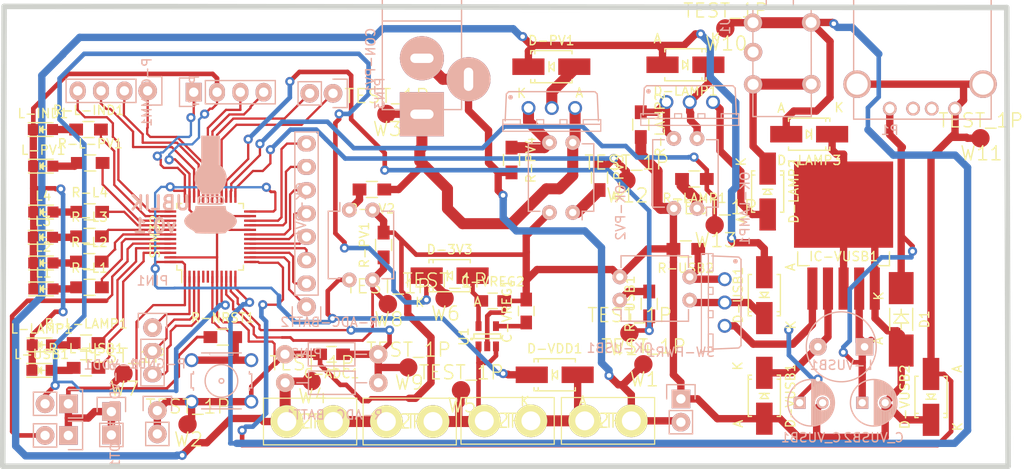
<source format=kicad_pcb>
(kicad_pcb (version 4) (host pcbnew 4.0.1-stable)
  (layers (0 F.Cu signal) (31 B.Cu signal hide) (34 B.Paste user hide) (35 F.Paste user hide) (36 B.SilkS user) (37 F.SilkS user) (38 B.Mask user) (39 F.Mask user) (44 Edge.Cuts user))
  (net 0 "")
  (net 1 /BOOT0)
  (net 2 VDD)
  (net 3 /NRST)
  (net 4 "Net-(STM32-Pad5)")
  (net 5 "Net-(STM32-Pad6)")
  (net 6 GND)
  (net 7 +3V3)
  (net 8 /ADC_BATT)
  (net 9 /ADC_LAMP)
  (net 10 /ADC_USB)
  (net 11 /RX)
  (net 12 /TX)
  (net 13 "Net-(L-LAMP1-Pad2)")
  (net 14 "Net-(L-USB1-Pad2)")
  (net 15 /L-LAMP)
  (net 16 /L-USB)
  (net 17 "Net-(L1-Pad2)")
  (net 18 "Net-(L2-Pad2)")
  (net 19 "Net-(L3-Pad2)")
  (net 20 "Net-(L4-Pad2)")
  (net 21 /L-L1)
  (net 22 /L-L2)
  (net 23 /L-L3)
  (net 24 /L-L4)
  (net 25 /L-PV)
  (net 26 "Net-(L-PV1-Pad2)")
  (net 27 "Net-(BATT1-Pad1)")
  (net 28 "Net-(BATT3-Pad1)")
  (net 29 GNDPWR)
  (net 30 +15V)
  (net 31 +24V)
  (net 32 /IND_PV_WKUP)
  (net 33 "Net-(OK-PV1-Pad1)")
  (net 34 "Net-(OK-PV2-Pad1)")
  (net 35 "Net-(OK-PV2-Pad3)")
  (net 36 "Net-(D-PV1-Pad2)")
  (net 37 /CON_PV)
  (net 38 "Net-(D-LAMP1-Pad1)")
  (net 39 "Net-(OK-LAMP1-Pad1)")
  (net 40 "Net-(OK-LAMP1-Pad3)")
  (net 41 /CON_LAMP)
  (net 42 "Net-(D-USB1-Pad1)")
  (net 43 "Net-(OK-USB1-Pad1)")
  (net 44 "Net-(OK-USB1-Pad3)")
  (net 45 /CON_USB)
  (net 46 +6V)
  (net 47 "Net-(C_VUSB1-Pad1)")
  (net 48 "Net-(C_VUSB2-Pad1)")
  (net 49 "Net-(D-VUSB1-Pad1)")
  (net 50 "Net-(P1-Pad3)")
  (net 51 "Net-(P1-Pad2)")
  (net 52 "Net-(L-IND1-Pad2)")
  (net 53 /L-IND)
  (net 54 "Net-(C-VREG1-Pad1)")
  (net 55 "Net-(C-VREG2-Pad1)")
  (net 56 /PC13)
  (net 57 /PC14)
  (net 58 /PC15)
  (net 59 /AIN4)
  (net 60 /AIN5)
  (net 61 /AIN6)
  (net 62 /AIN7)
  (net 63 /AIN8)
  (net 64 /AIN9)
  (net 65 /PA8)
  (net 66 /PB15)
  (net 67 /PA11)
  (net 68 /PA12)
  (net 69 /PA13)
  (net 70 /PA14)
  (net 71 "Net-(D-LAMP2-Pad1)")
  (net 72 "Net-(D-LAMP2-Pad2)")
  (net 73 "Net-(J1-Pad3)")
  (net 74 /PB10)
  (net 75 /PB11)
  (module Housings_QFP:TQFP-48_7x7mm_Pitch0.5mm (layer F.Cu) (at 120.875 80.925 90)
    (fp_text reference STM32 (at 0 -6 90) (layer F.SilkS))
    (fp_text value STM32F100C4)
    (pad 1 smd rect (at -4.35 -2.75 90) (size 1.3 0.25) (layers F.Cu F.Paste F.Mask) (net 2 VDD))
    (pad 2 smd rect (at -4.35 -2.25 90) (size 1.3 0.25) (layers F.Cu F.Paste F.Mask) (net 56 /PC13))
    (pad 3 smd rect (at -4.35 -1.75 90) (size 1.3 0.25) (layers F.Cu F.Paste F.Mask) (net 57 /PC14))
    (pad 4 smd rect (at -4.35 -1.25 90) (size 1.3 0.25) (layers F.Cu F.Paste F.Mask) (net 58 /PC15))
    (pad 5 smd rect (at -4.35 -0.75 90) (size 1.3 0.25) (layers F.Cu F.Paste F.Mask) (net 4 "Net-(STM32-Pad5)"))
    (pad 6 smd rect (at -4.35 -0.25 90) (size 1.3 0.25) (layers F.Cu F.Paste F.Mask) (net 5 "Net-(STM32-Pad6)"))
    (pad 7 smd rect (at -4.35 0.25 90) (size 1.3 0.25) (layers F.Cu F.Paste F.Mask) (net 3 /NRST))
    (pad 8 smd rect (at -4.35 0.75 90) (size 1.3 0.25) (layers F.Cu F.Paste F.Mask) (net 6 GND))
    (pad 9 smd rect (at -4.35 1.25 90) (size 1.3 0.25) (layers F.Cu F.Paste F.Mask) (net 7 +3V3))
    (pad 10 smd rect (at -4.35 1.75 90) (size 1.3 0.25) (layers F.Cu F.Paste F.Mask) (net 32 /IND_PV_WKUP))
    (pad 11 smd rect (at -4.35 2.25 90) (size 1.3 0.25) (layers F.Cu F.Paste F.Mask) (net 8 /ADC_BATT))
    (pad 12 smd rect (at -4.35 2.75 90) (size 1.3 0.25) (layers F.Cu F.Paste F.Mask) (net 9 /ADC_LAMP))
    (pad 13 smd rect (at -2.75 4.35 180) (size 1.3 0.25) (layers F.Cu F.Paste F.Mask) (net 10 /ADC_USB))
    (pad 14 smd rect (at -2.25 4.35 180) (size 1.3 0.25) (layers F.Cu F.Paste F.Mask) (net 59 /AIN4))
    (pad 15 smd rect (at -1.75 4.35 180) (size 1.3 0.25) (layers F.Cu F.Paste F.Mask) (net 60 /AIN5))
    (pad 16 smd rect (at -1.25 4.35 180) (size 1.3 0.25) (layers F.Cu F.Paste F.Mask) (net 61 /AIN6))
    (pad 17 smd rect (at -0.75 4.35 180) (size 1.3 0.25) (layers F.Cu F.Paste F.Mask) (net 62 /AIN7))
    (pad 18 smd rect (at -0.25 4.35 180) (size 1.3 0.25) (layers F.Cu F.Paste F.Mask) (net 63 /AIN8))
    (pad 19 smd rect (at 0.25 4.35 180) (size 1.3 0.25) (layers F.Cu F.Paste F.Mask) (net 64 /AIN9))
    (pad 20 smd rect (at 0.75 4.35 180) (size 1.3 0.25) (layers F.Cu F.Paste F.Mask) (net 6 GND))
    (pad 21 smd rect (at 1.25 4.35 180) (size 1.3 0.25) (layers F.Cu F.Paste F.Mask) (net 74 /PB10))
    (pad 22 smd rect (at 1.75 4.35 180) (size 1.3 0.25) (layers F.Cu F.Paste F.Mask) (net 75 /PB11))
    (pad 23 smd rect (at 2.25 4.35 180) (size 1.3 0.25) (layers F.Cu F.Paste F.Mask) (net 6 GND))
    (pad 24 smd rect (at 2.75 4.35 180) (size 1.3 0.25) (layers F.Cu F.Paste F.Mask) (net 2 VDD))
    (pad 25 smd rect (at 4.35 2.75 90) (size 1.3 0.25) (layers F.Cu F.Paste F.Mask) (net 37 /CON_PV))
    (pad 26 smd rect (at 4.35 2.25 90) (size 1.3 0.25) (layers F.Cu F.Paste F.Mask) (net 41 /CON_LAMP))
    (pad 27 smd rect (at 4.35 1.75 90) (size 1.3 0.25) (layers F.Cu F.Paste F.Mask) (net 45 /CON_USB))
    (pad 28 smd rect (at 4.35 1.25 90) (size 1.3 0.25) (layers F.Cu F.Paste F.Mask) (net 66 /PB15))
    (pad 29 smd rect (at 4.35 0.75 90) (size 1.3 0.25) (layers F.Cu F.Paste F.Mask) (net 65 /PA8))
    (pad 30 smd rect (at 4.35 0.25 90) (size 1.3 0.25) (layers F.Cu F.Paste F.Mask) (net 12 /TX))
    (pad 31 smd rect (at 4.35 -0.25 90) (size 1.3 0.25) (layers F.Cu F.Paste F.Mask) (net 11 /RX))
    (pad 32 smd rect (at 4.35 -0.75 90) (size 1.3 0.25) (layers F.Cu F.Paste F.Mask) (net 67 /PA11))
    (pad 33 smd rect (at 4.35 -1.25 90) (size 1.3 0.25) (layers F.Cu F.Paste F.Mask) (net 68 /PA12))
    (pad 34 smd rect (at 4.35 -1.75 90) (size 1.3 0.25) (layers F.Cu F.Paste F.Mask) (net 69 /PA13))
    (pad 35 smd rect (at 4.35 -2.25 90) (size 1.3 0.25) (layers F.Cu F.Paste F.Mask) (net 6 GND))
    (pad 36 smd rect (at 4.35 -2.75 90) (size 1.3 0.25) (layers F.Cu F.Paste F.Mask) (net 2 VDD))
    (pad 37 smd rect (at 2.75 -4.35 180) (size 1.3 0.25) (layers F.Cu F.Paste F.Mask) (net 70 /PA14))
    (pad 38 smd rect (at 2.25 -4.35 180) (size 1.3 0.25) (layers F.Cu F.Paste F.Mask) (net 53 /L-IND))
    (pad 39 smd rect (at 1.75 -4.35 180) (size 1.3 0.25) (layers F.Cu F.Paste F.Mask) (net 25 /L-PV))
    (pad 40 smd rect (at 1.25 -4.35 180) (size 1.3 0.25) (layers F.Cu F.Paste F.Mask) (net 24 /L-L4))
    (pad 41 smd rect (at 0.75 -4.35 180) (size 1.3 0.25) (layers F.Cu F.Paste F.Mask) (net 23 /L-L3))
    (pad 42 smd rect (at 0.25 -4.35 180) (size 1.3 0.25) (layers F.Cu F.Paste F.Mask) (net 22 /L-L2))
    (pad 43 smd rect (at -0.25 -4.35 180) (size 1.3 0.25) (layers F.Cu F.Paste F.Mask) (net 21 /L-L1))
    (pad 44 smd rect (at -0.75 -4.35 180) (size 1.3 0.25) (layers F.Cu F.Paste F.Mask) (net 1 /BOOT0))
    (pad 45 smd rect (at -1.25 -4.35 180) (size 1.3 0.25) (layers F.Cu F.Paste F.Mask) (net 15 /L-LAMP))
    (pad 46 smd rect (at -1.75 -4.35 180) (size 1.3 0.25) (layers F.Cu F.Paste F.Mask) (net 16 /L-USB))
    (pad 47 smd rect (at -2.25 -4.35 180) (size 1.3 0.25) (layers F.Cu F.Paste F.Mask) (net 6 GND))
    (pad 48 smd rect (at -2.75 -4.35 180) (size 1.3 0.25) (layers F.Cu F.Paste F.Mask) (net 2 VDD))
  )
  (module Resistors_SMD:R_0805_HandSoldering (layer F.Cu) (at 107.353838 95.209098)
    (fp_text reference R-L-USB1 (at 0 -2.1) (layer F.SilkS))
    (fp_text value 330)
    (pad 1 smd rect (at -1.35 0) (size 1.5 1.3) (layers F.Cu F.Paste F.Mask) (net 14 "Net-(L-USB1-Pad2)"))
    (pad 2 smd rect (at 1.35 0) (size 1.5 1.3) (layers F.Cu F.Paste F.Mask) (net 16 /L-USB))
  )
  (module audio-lamp:JACK_LAPAN (layer B.Cu) (at 176.5198 58.0445 270)
    (fp_text reference J1 (at 0 -0.5 270) (layer B.SilkS) (effects (justify mirror)))
    (fp_text value audio-jack)
    (pad 1 thru_hole circle (at -0.4445 -3.5052 270) (size 2 2) (drill 1.2) (layers *.Cu *.Mask B.SilkS) (net 9 /ADC_LAMP))
    (pad 1 thru_hole circle (at -0.4699 -9.83742 270) (size 2 2) (drill 1.2) (layers *.Cu *.Mask B.SilkS) (net 9 /ADC_LAMP))
    (pad 3 thru_hole circle (at 2.7559 -3.5179 270) (size 2 2) (drill 1.2) (layers *.Cu *.Mask B.SilkS) (net 73 "Net-(J1-Pad3)"))
    (pad 2 thru_hole circle (at 6.27888 -3.5179 270) (size 2 2) (drill 1.2) (layers *.Cu *.Mask B.SilkS) (net 71 "Net-(D-LAMP2-Pad1)"))
    (pad 2 thru_hole circle (at 6.25094 -9.86536 270) (size 2 2) (drill 1.2) (layers *.Cu *.Mask B.SilkS) (net 71 "Net-(D-LAMP2-Pad1)"))
  )
  (module Pin_Headers:Pin_Header_Straight_1x02 (layer B.Cu) (at 134.265 65.3 90)
    (fp_text reference PIN3 (at 0 5.1 90) (layer B.SilkS) (effects (justify mirror)))
    (fp_text value CONN_01X02)
    (pad 1 thru_hole circle (at 0 0 90) (size 2.032 2.032) (drill 1.016) (layers *.Cu *.Mask B.SilkS) (net 66 /PB15))
    (pad 2 thru_hole oval (at 0 -2.54 90) (size 2.032 2.032) (drill 1.016) (layers *.Cu *.Mask B.SilkS) (net 65 /PA8))
  )
  (module Pin_Headers:Pin_Header_Straight_1x02 (layer B.Cu) (at 105.425 102.575 90)
    (fp_text reference P-BOOT1 (at 0 5.1 90) (layer B.SilkS) (effects (justify mirror)))
    (fp_text value CONN_01X02)
    (pad 1 thru_hole rect (at 0 0 90) (size 2.032 2.032) (drill 1.016) (layers *.Cu *.Mask B.SilkS) (net 2 VDD))
    (pad 2 thru_hole oval (at 0 -2.54 90) (size 2.032 2.032) (drill 1.016) (layers *.Cu *.Mask B.SilkS) (net 1 /BOOT0))
  )
  (module switch-omron:B3F-10XX (layer B.Cu) (at 122.103838 96.634098 180)
    (fp_text reference SW-NRST1)
    (fp_text value 10-XX_B3F-10XX)
    (pad 1 thru_hole oval (at -3.2512 2.2606 180) (size 1.524 1.524) (drill 1.016) (layers *.Cu *.Mask) (net 3 /NRST))
    (pad 3 thru_hole oval (at -3.2512 -2.2606 180) (size 1.524 1.524) (drill 1.016) (layers *.Cu *.Mask) (net 6 GND))
    (pad 2 thru_hole oval (at 3.2512 2.2606 180) (size 1.524 1.524) (drill 1.016) (layers *.Cu *.Mask) (net 3 /NRST))
    (pad 4 thru_hole oval (at 3.2512 -2.2606 180) (size 1.524 1.524) (drill 1.016) (layers *.Cu *.Mask) (net 6 GND))
  )
  (module Pin_Headers:Pin_Header_Straight_1x04 (layer B.Cu) (at 119.085 65.175 270)
    (fp_text reference P-COMM1 (at 0 5.1 270) (layer B.SilkS) (effects (justify mirror)))
    (fp_text value CONN_01X04)
    (pad 1 thru_hole rect (at 0 0 270) (size 2.032 1.7272) (drill 1.016) (layers *.Cu *.Mask B.SilkS) (net 2 VDD))
    (pad 2 thru_hole oval (at 0 -2.54 270) (size 2.032 1.7272) (drill 1.016) (layers *.Cu *.Mask B.SilkS) (net 6 GND))
    (pad 3 thru_hole oval (at 0 -5.08 270) (size 2.032 1.7272) (drill 1.016) (layers *.Cu *.Mask B.SilkS) (net 11 /RX))
    (pad 4 thru_hole oval (at 0 -7.62 270) (size 2.032 1.7272) (drill 1.016) (layers *.Cu *.Mask B.SilkS) (net 12 /TX))
  )
  (module SparkFun:SparkFun-1X02_XTRA_BIG (layer F.Cu) (at 131.763838 101.059098 180)
    (fp_text reference BATT1 (at 0 0 180) (layer F.SilkS))
    (fp_text value M02PTH (at 0 0 180) (layer F.SilkS))
    (pad 1 thru_hole circle (at -2.54 0 180) (size 3.556 3.556) (drill 2.0574) (layers *.Cu F.Paste F.SilkS F.Mask) (net 27 "Net-(BATT1-Pad1)"))
    (pad 2 thru_hole circle (at 2.54 0 180) (size 3.556 3.556) (drill 2.0574) (layers *.Cu F.Paste F.SilkS F.Mask) (net 30 +15V))
  )
  (module SparkFun:SparkFun-1X02_XTRA_BIG (layer F.Cu) (at 142.618838 101.059098 180)
    (fp_text reference BATT2 (at 0 0 180) (layer F.SilkS))
    (fp_text value M02PTH (at 0 0 180) (layer F.SilkS))
    (pad 1 thru_hole circle (at -2.54 0 180) (size 3.556 3.556) (drill 2.0574) (layers *.Cu F.Paste F.SilkS F.Mask) (net 46 +6V))
    (pad 2 thru_hole circle (at 2.54 0 180) (size 3.556 3.556) (drill 2.0574) (layers *.Cu F.Paste F.SilkS F.Mask) (net 27 "Net-(BATT1-Pad1)"))
  )
  (module SparkFun:SparkFun-1X02_XTRA_BIG (layer F.Cu) (at 153.288838 100.984098 180)
    (fp_text reference BATT3 (at 0 0 180) (layer F.SilkS))
    (fp_text value M02PTH (at 0 0 180) (layer F.SilkS))
    (pad 1 thru_hole circle (at -2.54 0 180) (size 3.556 3.556) (drill 2.0574) (layers *.Cu F.Paste F.SilkS F.Mask) (net 28 "Net-(BATT3-Pad1)"))
    (pad 2 thru_hole circle (at 2.54 0 180) (size 3.556 3.556) (drill 2.0574) (layers *.Cu F.Paste F.SilkS F.Mask) (net 46 +6V))
  )
  (module SparkFun:SparkFun-1X02_XTRA_BIG (layer F.Cu) (at 164.228838 100.984098 180)
    (fp_text reference BATT4 (at 0 0 180) (layer F.SilkS))
    (fp_text value M02PTH (at 0 0 180) (layer F.SilkS))
    (pad 1 thru_hole circle (at -2.54 0 180) (size 3.556 3.556) (drill 2.0574) (layers *.Cu F.Paste F.SilkS F.Mask) (net 29 GNDPWR))
    (pad 2 thru_hole circle (at 2.54 0 180) (size 3.556 3.556) (drill 2.0574) (layers *.Cu F.Paste F.SilkS F.Mask) (net 28 "Net-(BATT3-Pad1)"))
  )
  (module Resistors_ThroughHole:Resistor_Horizontal_RM10mm (layer B.Cu) (at 134.128838 96.834098)
    (fp_text reference R-ADC-BATT1 (at 0.24892 3.50012) (layer B.SilkS) (effects (justify mirror)))
    (fp_text value 470k)
    (pad 1 thru_hole circle (at -5.08 0) (size 1.99898 1.99898) (drill 1.00076) (layers *.Cu *.SilkS *.Mask) (net 30 +15V))
    (pad 2 thru_hole circle (at 5.08 0) (size 1.99898 1.99898) (drill 1.00076) (layers *.Cu *.SilkS *.Mask) (net 8 /ADC_BATT))
  )
  (module Resistors_ThroughHole:Resistor_Horizontal_RM10mm (layer B.Cu) (at 134.108838 93.734098 180)
    (fp_text reference R-ADC-BATT2 (at 0.24892 3.50012 180) (layer B.SilkS) (effects (justify mirror)))
    (fp_text value 100k)
    (pad 1 thru_hole circle (at -5.08 0 180) (size 1.99898 1.99898) (drill 1.00076) (layers *.Cu *.SilkS *.Mask) (net 8 /ADC_BATT))
    (pad 2 thru_hole circle (at 5.08 0 180) (size 1.99898 1.99898) (drill 1.00076) (layers *.Cu *.SilkS *.Mask) (net 6 GND))
  )
  (module Pin_Headers:Pin_Header_Straight_1x02 (layer B.Cu) (at 172.168838 98.592098 180)
    (fp_text reference SW-PWR1 (at 0 5.1 180) (layer B.SilkS) (effects (justify mirror)))
    (fp_text value CONN_01X02)
    (pad 1 thru_hole rect (at 0 0 180) (size 2.032 2.032) (drill 1.016) (layers *.Cu *.Mask B.SilkS) (net 6 GND))
    (pad 2 thru_hole oval (at 0 -2.54 180) (size 2.032 2.032) (drill 1.016) (layers *.Cu *.Mask B.SilkS) (net 29 GNDPWR))
  )
  (module LEDs:LED-0805 (layer F.Cu) (at 102.533978 92.709098)
    (fp_text reference L-LAMP1 (at 0 -1.75) (layer F.SilkS))
    (fp_text value LED)
    (pad 2 smd rect (at 1.04902 0 180) (size 1.19888 1.19888) (layers F.Cu F.Paste F.Mask) (net 13 "Net-(L-LAMP1-Pad2)"))
    (pad 1 smd rect (at -1.04902 0 180) (size 1.19888 1.19888) (layers F.Cu F.Paste F.Mask) (net 6 GND))
  )
  (module LEDs:LED-0805 (layer F.Cu) (at 102.498698 95.484098)
    (fp_text reference L-USB1 (at 0 -1.75) (layer F.SilkS))
    (fp_text value LED)
    (pad 2 smd rect (at 1.04902 0 180) (size 1.19888 1.19888) (layers F.Cu F.Paste F.Mask) (net 14 "Net-(L-USB1-Pad2)"))
    (pad 1 smd rect (at -1.04902 0 180) (size 1.19888 1.19888) (layers F.Cu F.Paste F.Mask) (net 6 GND))
  )
  (module LEDs:LED-0805 (layer F.Cu) (at 102.708978 86.609098)
    (fp_text reference L1 (at 0 -1.75) (layer F.SilkS))
    (fp_text value LED)
    (pad 2 smd rect (at 1.04902 0 180) (size 1.19888 1.19888) (layers F.Cu F.Paste F.Mask) (net 17 "Net-(L1-Pad2)"))
    (pad 1 smd rect (at -1.04902 0 180) (size 1.19888 1.19888) (layers F.Cu F.Paste F.Mask) (net 6 GND))
  )
  (module LEDs:LED-0805 (layer F.Cu) (at 102.698698 83.784098)
    (fp_text reference L2 (at 0 -1.75) (layer F.SilkS))
    (fp_text value LED)
    (pad 2 smd rect (at 1.04902 0 180) (size 1.19888 1.19888) (layers F.Cu F.Paste F.Mask) (net 18 "Net-(L2-Pad2)"))
    (pad 1 smd rect (at -1.04902 0 180) (size 1.19888 1.19888) (layers F.Cu F.Paste F.Mask) (net 6 GND))
  )
  (module LEDs:LED-0805 (layer F.Cu) (at 102.658978 80.984098)
    (fp_text reference L3 (at 0 -1.75) (layer F.SilkS))
    (fp_text value LED)
    (pad 2 smd rect (at 1.04902 0 180) (size 1.19888 1.19888) (layers F.Cu F.Paste F.Mask) (net 19 "Net-(L3-Pad2)"))
    (pad 1 smd rect (at -1.04902 0 180) (size 1.19888 1.19888) (layers F.Cu F.Paste F.Mask) (net 6 GND))
  )
  (module LEDs:LED-0805 (layer F.Cu) (at 102.698698 78.234098)
    (fp_text reference L4 (at 0 -1.75) (layer F.SilkS))
    (fp_text value LED)
    (pad 2 smd rect (at 1.04902 0 180) (size 1.19888 1.19888) (layers F.Cu F.Paste F.Mask) (net 20 "Net-(L4-Pad2)"))
    (pad 1 smd rect (at -1.04902 0 180) (size 1.19888 1.19888) (layers F.Cu F.Paste F.Mask) (net 6 GND))
  )
  (module LEDs:LED-0805 (layer F.Cu) (at 102.683978 73.234098)
    (fp_text reference L-PV1 (at 0 -1.75) (layer F.SilkS))
    (fp_text value LED)
    (pad 2 smd rect (at 1.04902 0 180) (size 1.19888 1.19888) (layers F.Cu F.Paste F.Mask) (net 26 "Net-(L-PV1-Pad2)"))
    (pad 1 smd rect (at -1.04902 0 180) (size 1.19888 1.19888) (layers F.Cu F.Paste F.Mask) (net 6 GND))
  )
  (module Capacitors_SMD:C_0805_HandSoldering (layer F.Cu) (at 134.103838 93.734098 180)
    (fp_text reference C-ADC1 (at 0 -2.1 180) (layer F.SilkS))
    (fp_text value 100n)
    (pad 1 smd rect (at -1.25 0 180) (size 1.5 1.25) (layers F.Cu F.Paste F.Mask) (net 8 /ADC_BATT))
    (pad 2 smd rect (at 1.25 0 180) (size 1.5 1.25) (layers F.Cu F.Paste F.Mask) (net 6 GND))
  )
  (module Resistors_SMD:R_0805_HandSoldering (layer F.Cu) (at 107.803838 72.884098)
    (fp_text reference R-L-PV1 (at 0 -2.1) (layer F.SilkS))
    (fp_text value 330)
    (pad 1 smd rect (at -1.35 0) (size 1.5 1.3) (layers F.Cu F.Paste F.Mask) (net 26 "Net-(L-PV1-Pad2)"))
    (pad 2 smd rect (at 1.35 0) (size 1.5 1.3) (layers F.Cu F.Paste F.Mask) (net 25 /L-PV))
  )
  (module Resistors_SMD:R_0805_HandSoldering (layer F.Cu) (at 107.753838 78.209098)
    (fp_text reference R-L4 (at 0 -2.1) (layer F.SilkS))
    (fp_text value 330)
    (pad 1 smd rect (at -1.35 0) (size 1.5 1.3) (layers F.Cu F.Paste F.Mask) (net 20 "Net-(L4-Pad2)"))
    (pad 2 smd rect (at 1.35 0) (size 1.5 1.3) (layers F.Cu F.Paste F.Mask) (net 24 /L-L4))
  )
  (module Resistors_SMD:R_0805_HandSoldering (layer F.Cu) (at 107.728838 80.884098)
    (fp_text reference R-L3 (at 0 -2.1) (layer F.SilkS))
    (fp_text value 330)
    (pad 1 smd rect (at -1.35 0) (size 1.5 1.3) (layers F.Cu F.Paste F.Mask) (net 19 "Net-(L3-Pad2)"))
    (pad 2 smd rect (at 1.35 0) (size 1.5 1.3) (layers F.Cu F.Paste F.Mask) (net 23 /L-L3))
  )
  (module Resistors_SMD:R_0805_HandSoldering (layer F.Cu) (at 107.703838 83.634098)
    (fp_text reference R-L2 (at 0 -2.1) (layer F.SilkS))
    (fp_text value 330)
    (pad 1 smd rect (at -1.35 0) (size 1.5 1.3) (layers F.Cu F.Paste F.Mask) (net 18 "Net-(L2-Pad2)"))
    (pad 2 smd rect (at 1.35 0) (size 1.5 1.3) (layers F.Cu F.Paste F.Mask) (net 22 /L-L2))
  )
  (module Resistors_SMD:R_0805_HandSoldering (layer F.Cu) (at 107.728838 86.434098)
    (fp_text reference R-L1 (at 0 -2.1) (layer F.SilkS))
    (fp_text value 330)
    (pad 1 smd rect (at -1.35 0) (size 1.5 1.3) (layers F.Cu F.Paste F.Mask) (net 17 "Net-(L1-Pad2)"))
    (pad 2 smd rect (at 1.35 0) (size 1.5 1.3) (layers F.Cu F.Paste F.Mask) (net 21 /L-L1))
  )
  (module Resistors_SMD:R_0805_HandSoldering (layer F.Cu) (at 107.353838 92.509098)
    (fp_text reference R-L-LAMP1 (at 0 -2.1) (layer F.SilkS))
    (fp_text value 330)
    (pad 1 smd rect (at -1.35 0) (size 1.5 1.3) (layers F.Cu F.Paste F.Mask) (net 13 "Net-(L-LAMP1-Pad2)"))
    (pad 2 smd rect (at 1.35 0) (size 1.5 1.3) (layers F.Cu F.Paste F.Mask) (net 15 /L-LAMP))
  )
  (module Resistors_SMD:R_0805_HandSoldering (layer F.Cu) (at 122.253838 91.859098)
    (fp_text reference R-NRST1 (at 0 -2.1) (layer F.SilkS))
    (fp_text value 4k7)
    (pad 1 smd rect (at -1.35 0) (size 1.5 1.3) (layers F.Cu F.Paste F.Mask) (net 2 VDD))
    (pad 2 smd rect (at 1.35 0) (size 1.5 1.3) (layers F.Cu F.Paste F.Mask) (net 3 /NRST))
  )
  (module Connect:JACK_ALIM (layer B.Cu) (at 143.95 61.479 270)
    (fp_text reference CON-PV1 (at 0.254 5.588 270) (layer B.SilkS) (effects (justify mirror)))
    (fp_text value BARREL_JACK)
    (pad 2 thru_hole circle (at 0 0 270) (size 4.8006 4.8006) (drill oval 1.016 2.54) (layers *.Cu *.Mask B.SilkS) (net 29 GNDPWR))
    (pad 1 thru_hole rect (at 6.096 0 270) (size 4.8006 4.8006) (drill oval 1.016 2.54) (layers *.Cu *.Mask B.SilkS) (net 31 +24V))
    (pad 3 thru_hole circle (at 2.286 -5.08 270) (size 4.8006 4.8006) (drill oval 2.54 1.016) (layers *.Cu *.Mask B.SilkS) (net 29 GNDPWR))
  )
  (module Housings_DIP:DIP-4_W7.62mm (layer B.Cu) (at 136.035 78.005 270)
    (fp_text reference OK-PV1 (at 0 5.22 270) (layer B.SilkS) (effects (justify mirror)))
    (fp_text value PC817)
    (pad 1 thru_hole oval (at 0 0 270) (size 1.6 1.6) (drill 0.8) (layers *.Cu *.Mask B.SilkS) (net 33 "Net-(OK-PV1-Pad1)"))
    (pad 2 thru_hole oval (at 0 -2.54 270) (size 1.6 1.6) (drill 0.8) (layers *.Cu *.Mask B.SilkS) (net 6 GND))
    (pad 3 thru_hole oval (at 7.62 -2.54 270) (size 1.6 1.6) (drill 0.8) (layers *.Cu *.Mask B.SilkS) (net 32 /IND_PV_WKUP))
    (pad 4 thru_hole oval (at 7.62 0 270) (size 1.6 1.6) (drill 0.8) (layers *.Cu *.Mask B.SilkS) (net 2 VDD))
  )
  (module Resistors_SMD:R_0805_HandSoldering (layer F.Cu) (at 139.775 81.825 90)
    (fp_text reference R-PV1 (at 0 -2.1 90) (layer F.SilkS))
    (fp_text value 4k7)
    (pad 1 smd rect (at -1.35 0 90) (size 1.5 1.3) (layers F.Cu F.Paste F.Mask) (net 32 /IND_PV_WKUP))
    (pad 2 smd rect (at 1.35 0 90) (size 1.5 1.3) (layers F.Cu F.Paste F.Mask) (net 6 GND))
  )
  (module Resistors_SMD:R_0805_HandSoldering (layer F.Cu) (at 138.5 75.775 180)
    (fp_text reference R-PV2 (at 0 -2.1 180) (layer F.SilkS))
    (fp_text value 100k)
    (pad 1 smd rect (at -1.35 0 180) (size 1.5 1.3) (layers F.Cu F.Paste F.Mask) (net 31 +24V))
    (pad 2 smd rect (at 1.35 0 180) (size 1.5 1.3) (layers F.Cu F.Paste F.Mask) (net 33 "Net-(OK-PV1-Pad1)"))
  )
  (module Housings_DIP:DIP-4_W7.62mm (layer B.Cu) (at 160.383838 78.284098 90)
    (fp_text reference OK-PV2 (at 0 5.22 90) (layer B.SilkS) (effects (justify mirror)))
    (fp_text value PC817)
    (pad 1 thru_hole oval (at 0 0 90) (size 1.6 1.6) (drill 0.8) (layers *.Cu *.Mask B.SilkS) (net 34 "Net-(OK-PV2-Pad1)"))
    (pad 2 thru_hole oval (at 0 -2.54 90) (size 1.6 1.6) (drill 0.8) (layers *.Cu *.Mask B.SilkS) (net 6 GND))
    (pad 3 thru_hole oval (at 7.62 -2.54 90) (size 1.6 1.6) (drill 0.8) (layers *.Cu *.Mask B.SilkS) (net 35 "Net-(OK-PV2-Pad3)"))
    (pad 4 thru_hole oval (at 7.62 0 90) (size 1.6 1.6) (drill 0.8) (layers *.Cu *.Mask B.SilkS) (net 31 +24V))
  )
  (module Resistors_SMD:R_0805_HandSoldering (layer F.Cu) (at 163.303838 74.484098 270)
    (fp_text reference R-PV3 (at 0 -2.1 270) (layer F.SilkS))
    (fp_text value 330)
    (pad 1 smd rect (at -1.35 0 270) (size 1.5 1.3) (layers F.Cu F.Paste F.Mask) (net 37 /CON_PV))
    (pad 2 smd rect (at 1.35 0 270) (size 1.5 1.3) (layers F.Cu F.Paste F.Mask) (net 34 "Net-(OK-PV2-Pad1)"))
  )
  (module transistor-power:TO220BV (layer B.Cu) (at 158.103838 69.434098)
    (fp_text reference TR-PV1)
    (fp_text value IRF9530_TO220BV)
    (pad G thru_hole oval (at -2.54 -2.54 270) (size 1.524 1.524) (drill 1.016) (layers *.Cu *.Mask) (net 35 "Net-(OK-PV2-Pad3)"))
    (pad D thru_hole oval (at 0 -2.54 270) (size 1.524 1.524) (drill 1.016) (layers *.Cu *.Mask) (net 36 "Net-(D-PV1-Pad2)"))
    (pad S thru_hole oval (at 2.54 -2.54 270) (size 1.524 1.524) (drill 1.016) (layers *.Cu *.Mask) (net 31 +24V))
  )
  (module Diodes_SMD:SMA_Handsoldering (layer F.Cu) (at 158.054478 62.394098)
    (fp_text reference D-PV1 (at 0 -2.85) (layer F.SilkS))
    (fp_text value D)
    (fp_text user K (at -3.25 2.9) (layer F.SilkS))
    (fp_text user A (at 3.05 2.85) (layer F.SilkS))
    (pad 1 smd rect (at -2.49936 0) (size 3.50012 1.80086) (layers F.Cu F.Paste F.Mask) (net 30 +15V))
    (pad 2 smd rect (at 2.49936 0) (size 3.50012 1.80086) (layers F.Cu F.Paste F.Mask) (net 36 "Net-(D-PV1-Pad2)"))
  )
  (module Resistors_SMD:R_0805_HandSoldering (layer F.Cu) (at 153.713838 72.564098 270)
    (fp_text reference R-PV4 (at 0 -2.1 270) (layer F.SilkS))
    (fp_text value 4k7)
    (pad 1 smd rect (at -1.35 0 270) (size 1.5 1.3) (layers F.Cu F.Paste F.Mask) (net 35 "Net-(OK-PV2-Pad3)"))
    (pad 2 smd rect (at 1.35 0 270) (size 1.5 1.3) (layers F.Cu F.Paste F.Mask) (net 29 GNDPWR))
  )
  (module Diodes_SMD:SMA_Handsoldering (layer F.Cu) (at 172.666478 62.184098 180)
    (fp_text reference D-LAMP1 (at 0 -2.85 180) (layer F.SilkS))
    (fp_text value D)
    (fp_text user K (at -3.25 2.9 180) (layer F.SilkS))
    (fp_text user A (at 3.05 2.85 180) (layer F.SilkS))
    (pad 1 smd rect (at -2.49936 0 180) (size 3.50012 1.80086) (layers F.Cu F.Paste F.Mask) (net 38 "Net-(D-LAMP1-Pad1)"))
    (pad 2 smd rect (at 2.49936 0 180) (size 3.50012 1.80086) (layers F.Cu F.Paste F.Mask) (net 30 +15V))
  )
  (module Housings_DIP:DIP-4_W7.62mm (layer B.Cu) (at 173.933838 77.834098 90)
    (fp_text reference OK-LAMP1 (at 0 5.22 90) (layer B.SilkS) (effects (justify mirror)))
    (fp_text value PC817)
    (pad 1 thru_hole oval (at 0 0 90) (size 1.6 1.6) (drill 0.8) (layers *.Cu *.Mask B.SilkS) (net 39 "Net-(OK-LAMP1-Pad1)"))
    (pad 2 thru_hole oval (at 0 -2.54 90) (size 1.6 1.6) (drill 0.8) (layers *.Cu *.Mask B.SilkS) (net 6 GND))
    (pad 3 thru_hole oval (at 7.62 -2.54 90) (size 1.6 1.6) (drill 0.8) (layers *.Cu *.Mask B.SilkS) (net 40 "Net-(OK-LAMP1-Pad3)"))
    (pad 4 thru_hole oval (at 7.62 0 90) (size 1.6 1.6) (drill 0.8) (layers *.Cu *.Mask B.SilkS) (net 38 "Net-(D-LAMP1-Pad1)"))
  )
  (module Resistors_SMD:R_0805_HandSoldering (layer F.Cu) (at 173.641838 74.630098 180)
    (fp_text reference R-LAMP1 (at 0 -2.1 180) (layer F.SilkS))
    (fp_text value 330)
    (pad 1 smd rect (at -1.35 0 180) (size 1.5 1.3) (layers F.Cu F.Paste F.Mask) (net 41 /CON_LAMP))
    (pad 2 smd rect (at 1.35 0 180) (size 1.5 1.3) (layers F.Cu F.Paste F.Mask) (net 39 "Net-(OK-LAMP1-Pad1)"))
  )
  (module Resistors_SMD:R_0805_HandSoldering (layer F.Cu) (at 167.799838 68.708098 270)
    (fp_text reference R-LAMP2 (at 0 -2.1 270) (layer F.SilkS))
    (fp_text value 4k7)
    (pad 1 smd rect (at -1.35 0 270) (size 1.5 1.3) (layers F.Cu F.Paste F.Mask) (net 40 "Net-(OK-LAMP1-Pad3)"))
    (pad 2 smd rect (at 1.35 0 270) (size 1.5 1.3) (layers F.Cu F.Paste F.Mask) (net 6 GND))
  )
  (module Diodes_SMD:SMA_Handsoldering (layer F.Cu) (at 181.261838 87.289458 90)
    (fp_text reference D-USB1 (at 0 -2.85 90) (layer F.SilkS))
    (fp_text value D)
    (fp_text user K (at -3.25 2.9 90) (layer F.SilkS))
    (fp_text user A (at 3.05 2.85 90) (layer F.SilkS))
    (pad 1 smd rect (at -2.49936 0 90) (size 3.50012 1.80086) (layers F.Cu F.Paste F.Mask) (net 42 "Net-(D-USB1-Pad1)"))
    (pad 2 smd rect (at 2.49936 0 90) (size 3.50012 1.80086) (layers F.Cu F.Paste F.Mask) (net 30 +15V))
  )
  (module Housings_DIP:DIP-4_W7.62mm (layer B.Cu) (at 165.513838 87.838098)
    (fp_text reference OK-USB1 (at 0 5.22) (layer B.SilkS) (effects (justify mirror)))
    (fp_text value PC817)
    (pad 1 thru_hole oval (at 0 0) (size 1.6 1.6) (drill 0.8) (layers *.Cu *.Mask B.SilkS) (net 43 "Net-(OK-USB1-Pad1)"))
    (pad 2 thru_hole oval (at 0 -2.54) (size 1.6 1.6) (drill 0.8) (layers *.Cu *.Mask B.SilkS) (net 6 GND))
    (pad 3 thru_hole oval (at 7.62 -2.54) (size 1.6 1.6) (drill 0.8) (layers *.Cu *.Mask B.SilkS) (net 44 "Net-(OK-USB1-Pad3)"))
    (pad 4 thru_hole oval (at 7.62 0) (size 1.6 1.6) (drill 0.8) (layers *.Cu *.Mask B.SilkS) (net 42 "Net-(D-USB1-Pad1)"))
  )
  (module Resistors_SMD:R_0805_HandSoldering (layer F.Cu) (at 168.718838 88.242098 90)
    (fp_text reference R-USB1 (at 0 -2.1 90) (layer F.SilkS))
    (fp_text value 330)
    (pad 1 smd rect (at -1.35 0 90) (size 1.5 1.3) (layers F.Cu F.Paste F.Mask) (net 45 /CON_USB))
    (pad 2 smd rect (at 1.35 0 90) (size 1.5 1.3) (layers F.Cu F.Paste F.Mask) (net 43 "Net-(OK-USB1-Pad1)"))
  )
  (module Resistors_SMD:R_0805_HandSoldering (layer F.Cu) (at 172.705838 82.250098 180)
    (fp_text reference R-USB2 (at 0 -2.1 180) (layer F.SilkS))
    (fp_text value 4k7)
    (pad 1 smd rect (at -1.35 0 180) (size 1.5 1.3) (layers F.Cu F.Paste F.Mask) (net 44 "Net-(OK-USB1-Pad3)"))
    (pad 2 smd rect (at 1.35 0 180) (size 1.5 1.3) (layers F.Cu F.Paste F.Mask) (net 6 GND))
  )
  (module transistor-power:TO220BV (layer B.Cu) (at 173.133838 68.788098)
    (fp_text reference TR-LAMP1)
    (fp_text value IRF530_TO220BV)
    (pad G thru_hole oval (at -2.54 -2.54 270) (size 1.524 1.524) (drill 1.016) (layers *.Cu *.Mask) (net 40 "Net-(OK-LAMP1-Pad3)"))
    (pad D thru_hole oval (at 0 -2.54 270) (size 1.524 1.524) (drill 1.016) (layers *.Cu *.Mask) (net 38 "Net-(D-LAMP1-Pad1)"))
    (pad S thru_hole oval (at 2.54 -2.54 270) (size 1.524 1.524) (drill 1.016) (layers *.Cu *.Mask) (net 72 "Net-(D-LAMP2-Pad2)"))
  )
  (module transistor-power:TO220BV (layer B.Cu) (at 174.403838 88.092098 270)
    (fp_text reference TR-USB1)
    (fp_text value IRF530_TO220BV)
    (pad G thru_hole oval (at -2.54 -2.54 180) (size 1.524 1.524) (drill 1.016) (layers *.Cu *.Mask) (net 44 "Net-(OK-USB1-Pad3)"))
    (pad D thru_hole oval (at 0 -2.54 180) (size 1.524 1.524) (drill 1.016) (layers *.Cu *.Mask) (net 42 "Net-(D-USB1-Pad1)"))
    (pad S thru_hole oval (at 2.54 -2.54 180) (size 1.524 1.524) (drill 1.016) (layers *.Cu *.Mask) (net 47 "Net-(C_VUSB1-Pad1)"))
  )
  (module Diodes_SMD:SMA_Handsoldering (layer F.Cu) (at 158.419478 95.967098)
    (fp_text reference D-VDD1 (at 0 -2.85) (layer F.SilkS))
    (fp_text value D)
    (fp_text user K (at -3.25 2.9) (layer F.SilkS))
    (fp_text user A (at 3.05 2.85) (layer F.SilkS))
    (pad 1 smd rect (at -2.49936 0) (size 3.50012 1.80086) (layers F.Cu F.Paste F.Mask) (net 2 VDD))
    (pad 2 smd rect (at 2.49936 0) (size 3.50012 1.80086) (layers F.Cu F.Paste F.Mask) (net 28 "Net-(BATT3-Pad1)"))
  )
  (module Pin_Headers:Pin_Header_Straight_1x02 (layer B.Cu) (at 105.425 99.125 90)
    (fp_text reference P-VDD-3V3 (at 0 5.1 90) (layer B.SilkS) (effects (justify mirror)))
    (fp_text value CONN_01X02)
    (pad 1 thru_hole rect (at 0 0 90) (size 2.032 2.032) (drill 1.016) (layers *.Cu *.Mask B.SilkS) (net 2 VDD))
    (pad 2 thru_hole oval (at 0 -2.54 90) (size 2.032 2.032) (drill 1.016) (layers *.Cu *.Mask B.SilkS) (net 7 +3V3))
  )
  (module TO_SOT_Packages_SMD:SOT-23-5 (layer F.Cu) (at 151.068838 91.767098 90)
    (fp_text reference U1 (at -0.05 -2.55 90) (layer F.SilkS))
    (fp_text value MIC5219BM5_SOT23-5)
    (pad 1 smd rect (at -1.1 -0.95 90) (size 1.06 0.65) (layers F.Cu F.Paste F.Mask) (net 46 +6V))
    (pad 2 smd rect (at -1.1 0 90) (size 1.06 0.65) (layers F.Cu F.Paste F.Mask) (net 6 GND))
    (pad 3 smd rect (at -1.1 0.95 90) (size 1.06 0.65) (layers F.Cu F.Paste F.Mask) (net 46 +6V))
    (pad 4 smd rect (at 1.1 0.95 90) (size 1.06 0.65) (layers F.Cu F.Paste F.Mask) (net 54 "Net-(C-VREG1-Pad1)"))
    (pad 5 smd rect (at 1.1 -0.95 90) (size 1.06 0.65) (layers F.Cu F.Paste F.Mask) (net 55 "Net-(C-VREG2-Pad1)"))
  )
  (module Diodes_SMD:SMA_Handsoldering (layer F.Cu) (at 146.969478 85.167098)
    (fp_text reference D-3V3 (at 0 -2.85) (layer F.SilkS))
    (fp_text value D)
    (fp_text user K (at -3.25 2.9) (layer F.SilkS))
    (fp_text user A (at 3.05 2.85) (layer F.SilkS))
    (pad 1 smd rect (at -2.49936 0) (size 3.50012 1.80086) (layers F.Cu F.Paste F.Mask) (net 7 +3V3))
    (pad 2 smd rect (at 2.49936 0) (size 3.50012 1.80086) (layers F.Cu F.Paste F.Mask) (net 55 "Net-(C-VREG2-Pad1)"))
  )
  (module Capacitors_ThroughHole:C_Radial_D5_L6_P2.5 (layer B.Cu) (at 185.111838 99.014098)
    (fp_text reference C_VUSB1 (at 1.25 3.8) (layer B.SilkS) (effects (justify mirror)))
    (fp_text value 100u)
    (pad 1 thru_hole rect (at 0 0) (size 1.3 1.3) (drill 0.8) (layers *.Cu *.Mask B.SilkS) (net 47 "Net-(C_VUSB1-Pad1)"))
    (pad 2 thru_hole circle (at 2.5 0) (size 1.3 1.3) (drill 0.8) (layers *.Cu *.Mask B.SilkS) (net 6 GND))
  )
  (module Capacitors_ThroughHole:C_Radial_D5_L6_P2.5 (layer B.Cu) (at 191.929838 99.014098)
    (fp_text reference C_VUSB2 (at 1.25 3.8) (layer B.SilkS) (effects (justify mirror)))
    (fp_text value 100u)
    (pad 1 thru_hole rect (at 0 0) (size 1.3 1.3) (drill 0.8) (layers *.Cu *.Mask B.SilkS) (net 48 "Net-(C_VUSB2-Pad1)"))
    (pad 2 thru_hole circle (at 2.5 0) (size 1.3 1.3) (drill 0.8) (layers *.Cu *.Mask B.SilkS) (net 6 GND))
  )
  (module Diodes_SMD:SMA_Handsoldering (layer F.Cu) (at 181.261838 98.252098 270)
    (fp_text reference D-VUSB1 (at 0 -2.85 270) (layer F.SilkS))
    (fp_text value D_Schottky)
    (fp_text user K (at -3.25 2.9 270) (layer F.SilkS))
    (fp_text user A (at 3.05 2.85 270) (layer F.SilkS))
    (pad 1 smd rect (at -2.49936 0 270) (size 3.50012 1.80086) (layers F.Cu F.Paste F.Mask) (net 49 "Net-(D-VUSB1-Pad1)"))
    (pad 2 smd rect (at 2.49936 0 270) (size 3.50012 1.80086) (layers F.Cu F.Paste F.Mask) (net 6 GND))
  )
  (module Diodes_SMD:SMA_Handsoldering (layer F.Cu) (at 199.425 98.37564 90)
    (fp_text reference D-VUSB2 (at 0 -2.85 90) (layer F.SilkS))
    (fp_text value D_Schottky)
    (fp_text user K (at -3.25 2.9 90) (layer F.SilkS))
    (fp_text user A (at 3.05 2.85 90) (layer F.SilkS))
    (pad 1 smd rect (at -2.49936 0 90) (size 3.50012 1.80086) (layers F.Cu F.Paste F.Mask) (net 6 GND))
    (pad 2 smd rect (at 2.49936 0 90) (size 3.50012 1.80086) (layers F.Cu F.Paste F.Mask) (net 10 /ADC_USB))
  )
  (module Diodes_SMD:MELF_Handsoldering (layer F.Cu) (at 196.175 89.92394 270)
    (fp_text reference D1 (at 0 -2.54 270) (layer F.SilkS))
    (fp_text value 5v1)
    (fp_text user K (at -2.55 2.45 270) (layer F.SilkS))
    (fp_text user A (at 2.35 2.5 270) (layer F.SilkS))
    (pad 1 smd rect (at -3.40106 0 270) (size 3.50012 2.70002) (layers F.Cu F.Paste F.Mask) (net 48 "Net-(C_VUSB2-Pad1)"))
    (pad 2 smd rect (at 3.40106 0 270) (size 3.50012 2.70002) (layers F.Cu F.Paste F.Mask) (net 6 GND))
  )
  (module TO_SOT_Packages_SMD:TO-263-5Lead (layer F.Cu) (at 189.897838 86.574098 90)
    (fp_text reference IC-VUSB1 (at 3.5 0 180) (layer F.SilkS))
    (fp_text value LM2596S)
    (pad 5 smd rect (at 0 3.4 90) (size 4.6 1.1) (layers F.Cu F.Paste F.Mask) (net 6 GND))
    (pad 4 smd rect (at 0 1.7 90) (size 4.6 1.1) (layers F.Cu F.Paste F.Mask) (net 48 "Net-(C_VUSB2-Pad1)"))
    (pad 2 smd rect (at 0 -1.7 90) (size 4.6 1.1) (layers F.Cu F.Paste F.Mask) (net 49 "Net-(D-VUSB1-Pad1)"))
    (pad 3 smd rect (at 9.15 0 90) (size 9.4 10.8) (layers F.Cu F.Paste F.Mask) (net 6 GND))
    (pad 3 smd rect (at 0 0 90) (size 4.6 1.1) (layers F.Cu F.Paste F.Mask) (net 6 GND))
    (pad 1 smd rect (at 0 -3.4 90) (size 4.6 1.1) (layers F.Cu F.Paste F.Mask) (net 47 "Net-(C_VUSB1-Pad1)"))
  )
  (module Inductors:INDUCTOR_V (layer B.Cu) (at 189.643838 92.918098 180)
    (fp_text reference L-VUSB1 (at 0 -1.99898 180) (layer B.SilkS) (effects (justify mirror)))
    (fp_text value INDUCTOR)
    (pad 1 thru_hole rect (at -2.54 0 180) (size 1.905 1.905) (drill 0.8128) (layers *.Cu *.Mask B.SilkS) (net 48 "Net-(C_VUSB2-Pad1)"))
    (pad 2 thru_hole circle (at 2.54 0 180) (size 1.905 1.905) (drill 0.8128) (layers *.Cu *.Mask B.SilkS) (net 49 "Net-(D-VUSB1-Pad1)"))
  )
  (module Connect:USB_A (layer B.Cu) (at 194.93014 66.96488)
    (fp_text reference P1 (at 0 2.35) (layer B.SilkS) (effects (justify mirror)))
    (fp_text value USB_A)
    (pad 4 thru_hole circle (at 7.11286 0.00212 90) (size 1.50114 1.50114) (drill 1.00076) (layers *.Cu *.Mask B.SilkS) (net 10 /ADC_USB))
    (pad 3 thru_hole circle (at 4.57286 0.00212 90) (size 1.50114 1.50114) (drill 1.00076) (layers *.Cu *.Mask B.SilkS) (net 50 "Net-(P1-Pad3)"))
    (pad 2 thru_hole circle (at 2.54086 0.00212 90) (size 1.50114 1.50114) (drill 1.00076) (layers *.Cu *.Mask B.SilkS) (net 51 "Net-(P1-Pad2)"))
    (pad 1 thru_hole circle (at 0.00086 0.00212 90) (size 1.50114 1.50114) (drill 1.00076) (layers *.Cu *.Mask B.SilkS) (net 48 "Net-(C_VUSB2-Pad1)"))
    (pad 5 thru_hole circle (at 10.16086 -2.66488 90) (size 2.99974 2.99974) (drill 2.30124) (layers *.Cu *.Mask B.SilkS) (net 10 /ADC_USB))
    (pad 5 thru_hole circle (at -3.55514 -2.66488 90) (size 2.99974 2.99974) (drill 2.30124) (layers *.Cu *.Mask B.SilkS) (net 10 /ADC_USB))
  )
  (module LEDs:LED-0805 (layer F.Cu) (at 102.654858 69.243098)
    (fp_text reference L-IND1 (at 0 -1.75) (layer F.SilkS))
    (fp_text value LED)
    (pad 2 smd rect (at 1.04902 0 180) (size 1.19888 1.19888) (layers F.Cu F.Paste F.Mask) (net 52 "Net-(L-IND1-Pad2)"))
    (pad 1 smd rect (at -1.04902 0 180) (size 1.19888 1.19888) (layers F.Cu F.Paste F.Mask) (net 6 GND))
  )
  (module Resistors_SMD:R_0805_HandSoldering (layer F.Cu) (at 107.621838 69.243098)
    (fp_text reference R-L-IND1 (at 0 -2.1) (layer F.SilkS))
    (fp_text value 330)
    (pad 1 smd rect (at -1.35 0) (size 1.5 1.3) (layers F.Cu F.Paste F.Mask) (net 52 "Net-(L-IND1-Pad2)"))
    (pad 2 smd rect (at 1.35 0) (size 1.5 1.3) (layers F.Cu F.Paste F.Mask) (net 53 /L-IND))
  )
  (module Capacitors_SMD:C_0805_HandSoldering (layer F.Cu) (at 155.318838 89.017098 90)
    (fp_text reference C-VREG1 (at 0 -2.1 90) (layer F.SilkS))
    (fp_text value 100n)
    (pad 1 smd rect (at -1.25 0 90) (size 1.5 1.25) (layers F.Cu F.Paste F.Mask) (net 54 "Net-(C-VREG1-Pad1)"))
    (pad 2 smd rect (at 1.25 0 90) (size 1.5 1.25) (layers F.Cu F.Paste F.Mask) (net 6 GND))
  )
  (module Capacitors_SMD:C_0805_HandSoldering (layer F.Cu) (at 151.668838 87.917098)
    (fp_text reference C-VREG2 (at 0 -2.1) (layer F.SilkS))
    (fp_text value 100n)
    (pad 1 smd rect (at -1.25 0) (size 1.5 1.25) (layers F.Cu F.Paste F.Mask) (net 55 "Net-(C-VREG2-Pad1)"))
    (pad 2 smd rect (at 1.25 0) (size 1.5 1.25) (layers F.Cu F.Paste F.Mask) (net 6 GND))
  )
  (module Pin_Headers:Pin_Header_Straight_1x03 (layer B.Cu) (at 114.593838 90.827098 180)
    (fp_text reference PIN1 (at 0 5.1 180) (layer B.SilkS) (effects (justify mirror)))
    (fp_text value CONN_01X03)
    (pad 1 thru_hole circle (at 0 0 180) (size 2.032 2.032) (drill 1.016) (layers *.Cu *.Mask B.SilkS) (net 56 /PC13))
    (pad 2 thru_hole oval (at 0 -2.54 180) (size 2.032 1.7272) (drill 1.016) (layers *.Cu *.Mask B.SilkS) (net 57 /PC14))
    (pad 3 thru_hole oval (at 0 -5.08 180) (size 2.032 1.7272) (drill 1.016) (layers *.Cu *.Mask B.SilkS) (net 58 /PC15))
  )
  (module Diodes_SMD:SMA_Handsoldering (layer F.Cu) (at 181.625 75.99936 270)
    (fp_text reference D-LAMP2 (at 0 -2.85 270) (layer F.SilkS))
    (fp_text value D)
    (fp_text user K (at -3.25 2.9 270) (layer F.SilkS))
    (fp_text user A (at 3.05 2.85 270) (layer F.SilkS))
    (pad 1 smd rect (at -2.49936 0 270) (size 3.50012 1.80086) (layers F.Cu F.Paste F.Mask) (net 71 "Net-(D-LAMP2-Pad1)"))
    (pad 2 smd rect (at 2.49936 0 270) (size 3.50012 1.80086) (layers F.Cu F.Paste F.Mask) (net 72 "Net-(D-LAMP2-Pad2)"))
  )
  (module Diodes_SMD:SMA_Handsoldering (layer F.Cu) (at 186.14936 69.75 180)
    (fp_text reference D-LAMP3 (at 0 -2.85 180) (layer F.SilkS))
    (fp_text value D_Schottky)
    (fp_text user K (at -3.25 2.9 180) (layer F.SilkS))
    (fp_text user A (at 3.05 2.85 180) (layer F.SilkS))
    (pad 1 smd rect (at -2.49936 0 180) (size 3.50012 1.80086) (layers F.Cu F.Paste F.Mask) (net 6 GND))
    (pad 2 smd rect (at 2.49936 0 180) (size 3.50012 1.80086) (layers F.Cu F.Paste F.Mask) (net 9 /ADC_LAMP))
  )
  (module Pin_Headers:Pin_Header_Straight_1x08 (layer B.Cu) (at 131.375 88.555)
    (fp_text reference PIN2 (at 0 5.1) (layer B.SilkS) (effects (justify mirror)))
    (fp_text value CONN_01X08)
    (pad 1 thru_hole circle (at 0 0) (size 2.032 2.032) (drill 1.016) (layers *.Cu *.Mask B.SilkS) (net 59 /AIN4))
    (pad 2 thru_hole oval (at 0 -2.54) (size 2.032 1.7272) (drill 1.016) (layers *.Cu *.Mask B.SilkS) (net 60 /AIN5))
    (pad 3 thru_hole oval (at 0 -5.08) (size 2.032 1.7272) (drill 1.016) (layers *.Cu *.Mask B.SilkS) (net 61 /AIN6))
    (pad 4 thru_hole oval (at 0 -7.62) (size 2.032 1.7272) (drill 1.016) (layers *.Cu *.Mask B.SilkS) (net 62 /AIN7))
    (pad 5 thru_hole oval (at 0 -10.16) (size 2.032 1.7272) (drill 1.016) (layers *.Cu *.Mask B.SilkS) (net 63 /AIN8))
    (pad 6 thru_hole oval (at 0 -12.7) (size 2.032 1.7272) (drill 1.016) (layers *.Cu *.Mask B.SilkS) (net 64 /AIN9))
    (pad 7 thru_hole oval (at 0 -15.24) (size 2.032 1.7272) (drill 1.016) (layers *.Cu *.Mask B.SilkS) (net 74 /PB10))
    (pad 8 thru_hole oval (at 0 -17.78) (size 2.032 1.7272) (drill 1.016) (layers *.Cu *.Mask B.SilkS) (net 75 /PB11))
  )
  (module Pin_Headers:Pin_Header_Straight_1x04 (layer B.Cu) (at 114.065 65.025 90)
    (fp_text reference PIN4 (at 0 5.1 90) (layer B.SilkS) (effects (justify mirror)))
    (fp_text value CONN_01X04)
    (pad 1 thru_hole circle (at 0 0 90) (size 2.032 2.032) (drill 1.016) (layers *.Cu *.Mask B.SilkS) (net 67 /PA11))
    (pad 2 thru_hole oval (at 0 -2.54 90) (size 2.032 1.7272) (drill 1.016) (layers *.Cu *.Mask B.SilkS) (net 68 /PA12))
    (pad 3 thru_hole oval (at 0 -5.08 90) (size 2.032 1.7272) (drill 1.016) (layers *.Cu *.Mask B.SilkS) (net 69 /PA13))
    (pad 4 thru_hole oval (at 0 -7.62 90) (size 2.032 1.7272) (drill 1.016) (layers *.Cu *.Mask B.SilkS) (net 70 /PA14))
  )
  (module Pin_Headers:Pin_Header_Straight_1x02 (layer B.Cu) (at 115.12 99.87 180)
    (fp_text reference P-GND1 (at 0 5.1 180) (layer B.SilkS) (effects (justify mirror)))
    (fp_text value CONN_01X02)
    (pad 1 thru_hole circle (at 0 0 180) (size 2.032 2.032) (drill 1.016) (layers *.Cu *.Mask B.SilkS) (net 6 GND))
    (pad 2 thru_hole oval (at 0 -2.54 180) (size 2.032 2.032) (drill 1.016) (layers *.Cu *.Mask B.SilkS) (net 6 GND))
  )
  (module Pin_Headers:Pin_Header_Straight_1x02 (layer B.Cu) (at 110.11 99.98 180)
    (fp_text reference P-VDD1 (at 0 5.1 180) (layer B.SilkS) (effects (justify mirror)))
    (fp_text value CONN_01X02)
    (pad 1 thru_hole rect (at 0 0 180) (size 2.032 2.032) (drill 1.016) (layers *.Cu *.Mask B.SilkS) (net 2 VDD))
    (pad 2 thru_hole rect (at 0 -2.54 180) (size 2.032 2.032) (drill 1.016) (layers *.Cu *.Mask B.SilkS) (net 2 VDD))
  )
  (module test-pad:test-pad (layer F.Cu) (at 168.08 94.82)
    (fp_text reference W1 (at 0.10414 1.651) (layer F.SilkS))
    (fp_text value TEST_1P (at 0.03556 -1.93802) (layer F.SilkS))
    (pad 1 smd circle (at 0 0) (size 2 2) (layers F.Cu F.Paste F.Mask) (net 29 GNDPWR))
  )
  (module test-pad:test-pad (layer F.Cu) (at 118.41 101.37)
    (fp_text reference W2 (at 0.10414 1.651) (layer F.SilkS))
    (fp_text value TEST_1P (at 0.03556 -1.93802) (layer F.SilkS))
    (pad 1 smd circle (at 0 0) (size 2 2) (layers F.Cu F.Paste F.Mask) (net 6 GND))
  )
  (module test-pad:test-pad (layer F.Cu) (at 140.08 67.54)
    (fp_text reference W3 (at 0.10414 1.651) (layer F.SilkS))
    (fp_text value TEST_1P (at 0.03556 -1.93802) (layer F.SilkS))
    (pad 1 smd circle (at 0 0) (size 2 2) (layers F.Cu F.Paste F.Mask) (net 31 +24V))
  )
  (module test-pad:test-pad (layer F.Cu) (at 131.93 96.66)
    (fp_text reference W4 (at 0.10414 1.651) (layer F.SilkS))
    (fp_text value TEST_1P (at 0.03556 -1.93802) (layer F.SilkS))
    (pad 1 smd circle (at 0 0) (size 2 2) (layers F.Cu F.Paste F.Mask) (net 30 +15V))
  )
  (module test-pad:test-pad (layer F.Cu) (at 148.21 97.65)
    (fp_text reference W5 (at 0.10414 1.651) (layer F.SilkS))
    (fp_text value TEST_1P (at 0.03556 -1.93802) (layer F.SilkS))
    (pad 1 smd circle (at 0 0) (size 2 2) (layers F.Cu F.Paste F.Mask) (net 46 +6V))
  )
  (module test-pad:test-pad (layer F.Cu) (at 146.42 87.64)
    (fp_text reference W6 (at 0.10414 1.651) (layer F.SilkS))
    (fp_text value TEST_1P (at 0.03556 -1.93802) (layer F.SilkS))
    (pad 1 smd circle (at 0 0) (size 2 2) (layers F.Cu F.Paste F.Mask) (net 7 +3V3))
  )
  (module test-pad:test-pad (layer F.Cu) (at 111.43 95.83)
    (fp_text reference W7 (at 0.10414 1.651) (layer F.SilkS))
    (fp_text value TEST_1P (at 0.03556 -1.93802) (layer F.SilkS))
    (pad 1 smd circle (at 0 0) (size 2 2) (layers F.Cu F.Paste F.Mask) (net 2 VDD))
  )
  (module test-pad:test-pad (layer F.Cu) (at 140.24 88.27)
    (fp_text reference W8 (at 0.10414 1.651) (layer F.SilkS))
    (fp_text value TEST_1P (at 0.03556 -1.93802) (layer F.SilkS))
    (pad 1 smd circle (at 0 0) (size 2 2) (layers F.Cu F.Paste F.Mask) (net 32 /IND_PV_WKUP))
  )
  (module test-pad:test-pad (layer F.Cu) (at 142.46 95.17)
    (fp_text reference W9 (at 0.10414 1.651) (layer F.SilkS))
    (fp_text value TEST_1P (at 0.03556 -1.93802) (layer F.SilkS))
    (pad 1 smd circle (at 0 0) (size 2 2) (layers F.Cu F.Paste F.Mask) (net 8 /ADC_BATT))
  )
  (module test-pad:test-pad (layer F.Cu) (at 177.01 58.22)
    (fp_text reference W10 (at 0.10414 1.651) (layer F.SilkS))
    (fp_text value TEST_1P (at 0.03556 -1.93802) (layer F.SilkS))
    (pad 1 smd circle (at 0 0) (size 2 2) (layers F.Cu F.Paste F.Mask) (net 9 /ADC_LAMP))
  )
  (module test-pad:test-pad (layer F.Cu) (at 204.81 70.19)
    (fp_text reference W11 (at 0.10414 1.651) (layer F.SilkS))
    (fp_text value TEST_1P (at 0.03556 -1.93802) (layer F.SilkS))
    (pad 1 smd circle (at 0 0) (size 2 2) (layers F.Cu F.Paste F.Mask) (net 10 /ADC_USB))
  )
  (module test-pad:test-pad (layer F.Cu) (at 166.23 74.78)
    (fp_text reference W12 (at 0.10414 1.651) (layer F.SilkS))
    (fp_text value TEST_1P (at 0.03556 -1.93802) (layer F.SilkS))
    (pad 1 smd circle (at 0 0) (size 2 2) (layers F.Cu F.Paste F.Mask) (net 37 /CON_PV))
  )
  (module test-pad:test-pad (layer F.Cu) (at 175.85 79.65)
    (fp_text reference W13 (at 0.10414 1.651) (layer F.SilkS))
    (fp_text value TEST_1P (at 0.03556 -1.93802) (layer F.SilkS))
    (pad 1 smd circle (at 0 0) (size 2 2) (layers F.Cu F.Paste F.Mask) (net 41 /CON_LAMP))
  )
  (module test-pad:test-pad (layer F.Cu) (at 166.56 91.41)
    (fp_text reference W14 (at 0.10414 1.651) (layer F.SilkS))
    (fp_text value TEST_1P (at 0.03556 -1.93802) (layer F.SilkS))
    (pad 1 smd circle (at 0 0) (size 2 2) (layers F.Cu F.Paste F.Mask) (net 45 /CON_USB))
  )
  (module ublik:LOGO (layer F.Cu) (at 119.2276 70.8914)
    (fp_text reference G*** hide)
    (fp_text value UBLIK hide)
  )
  (gr_text v0.1 (at 114.8588 79.7306) (layer B.SilkS) (effects (font (size 1.5 1.5) (thickness 0.3)) (justify mirror)))
  (gr_text UBLIK (at 115.4176 77.2414) (layer B.SilkS) (effects (font (size 1.5 1.5) (thickness 0.3)) (justify mirror)))
  (gr_line (start 98.275 105.925) (end 98.425 55.825) (layer Edge.Cuts) (width 0.6))
  (gr_line (start 207.825 105.925) (end 98.275 105.925) (layer Edge.Cuts) (width 0.6))
  (gr_line (start 207.675 55.95) (end 207.825 105.925) (layer Edge.Cuts) (width 0.6))
  (gr_line (start 98.425 55.825) (end 207.675 55.95) (layer Edge.Cuts) (width 0.6))
  (segment (start 99.3 102.15) (end 99.725 102.575) (width 0.5) (layer F.Cu) (net 1))
  (segment (start 99.725 102.575) (end 102.885 102.575) (width 0.5) (layer F.Cu) (net 1))
  (segment (start 99.3 89.575) (end 99.3 102.15) (width 0.5) (layer F.Cu) (net 1))
  (segment (start 100.975 87.9) (end 99.3 89.575) (width 0.5) (layer F.Cu) (net 1))
  (segment (start 109.55 87.9) (end 100.975 87.9) (width 0.5) (layer F.Cu) (net 1))
  (segment (start 110.2 87.25) (end 109.55 87.9) (width 0.25) (layer F.Cu) (net 1))
  (segment (start 110.2 85.275) (end 110.2 87.25) (width 0.25) (layer F.Cu) (net 1))
  (segment (start 111.875 83.6) (end 110.2 85.275) (width 0.25) (layer F.Cu) (net 1))
  (segment (start 111.875 83.374346) (end 111.875 83.6) (width 0.25) (layer F.Cu) (net 1))
  (segment (start 111.875 82.275) (end 111.875 83.374346) (width 0.25) (layer F.Cu) (net 1))
  (segment (start 112.475 81.675) (end 111.875 82.275) (width 0.25) (layer F.Cu) (net 1))
  (segment (start 116.525 81.675) (end 112.475 81.675) (width 0.25) (layer F.Cu) (net 1))
  (segment (start 127.89 76.02) (end 127.880001 76.029999) (width 0.3) (layer F.Cu) (net 2))
  (segment (start 127.880001 76.029999) (end 127.499999 76.029999) (width 0.3) (layer F.Cu) (net 2))
  (segment (start 127.499999 76.029999) (end 127 75.53) (width 0.3) (layer F.Cu) (net 2))
  (segment (start 111.43 95.83) (end 110.430001 96.829999) (width 0.8) (layer F.Cu) (net 2))
  (segment (start 110.430001 96.829999) (end 110.430001 97.405001) (width 0.8) (layer F.Cu) (net 2))
  (segment (start 110.430001 97.405001) (end 110.525 97.5) (width 0.8) (layer F.Cu) (net 2))
  (segment (start 110.11 99.98) (end 108.294 99.98) (width 0.8) (layer F.Cu) (net 2))
  (segment (start 110.11 99.98) (end 110.11 102.52) (width 0.8) (layer F.Cu) (net 2))
  (segment (start 105.425 99.125) (end 105.425 100.68) (width 0.8) (layer F.Cu) (net 2))
  (segment (start 105.425 100.68) (end 105.425 102.575) (width 0.8) (layer F.Cu) (net 2))
  (segment (start 108.294 99.98) (end 107.594 100.68) (width 0.8) (layer F.Cu) (net 2))
  (segment (start 107.594 100.68) (end 105.425 100.68) (width 0.8) (layer F.Cu) (net 2))
  (segment (start 117 86.51) (end 116.98 86.53) (width 0.3) (layer B.Cu) (net 2))
  (segment (start 152.8 95.83) (end 152.234315 95.83) (width 0.5) (layer B.Cu) (net 2))
  (segment (start 152.234315 95.83) (end 146.234315 89.83) (width 0.5) (layer B.Cu) (net 2))
  (segment (start 146.234315 89.83) (end 134.2 89.83) (width 0.5) (layer B.Cu) (net 2))
  (segment (start 153.30296 95.9) (end 152.87 95.9) (width 0.8) (layer F.Cu) (net 2))
  (segment (start 152.87 95.9) (end 152.8 95.83) (width 0.8) (layer F.Cu) (net 2))
  (via (at 152.8 95.83) (size 1) (drill 0.5) (layers F.Cu B.Cu) (net 2))
  (segment (start 155.920118 95.967098) (end 153.370058 95.967098) (width 0.8) (layer F.Cu) (net 2))
  (segment (start 153.370058 95.967098) (end 153.30296 95.9) (width 0.8) (layer F.Cu) (net 2))
  (segment (start 115.16 86.53) (end 114.89 86.26) (width 0.3) (layer B.Cu) (net 2))
  (segment (start 114.89 86.26) (end 114.89 84.4) (width 0.3) (layer B.Cu) (net 2))
  (segment (start 116.98 86.53) (end 115.16 86.53) (width 0.3) (layer B.Cu) (net 2))
  (segment (start 127.54 86.51) (end 117 86.51) (width 0.3) (layer B.Cu) (net 2))
  (segment (start 128.38 87.35) (end 127.54 86.51) (width 0.3) (layer B.Cu) (net 2))
  (segment (start 128.38 88.48) (end 128.38 87.35) (width 0.5) (layer B.Cu) (net 2))
  (segment (start 130.129999 90.229999) (end 128.38 88.48) (width 0.5) (layer B.Cu) (net 2))
  (segment (start 134.2 89.83) (end 133.800001 90.229999) (width 0.5) (layer B.Cu) (net 2))
  (segment (start 133.800001 90.229999) (end 130.129999 90.229999) (width 0.5) (layer B.Cu) (net 2))
  (segment (start 133.69 89.35) (end 133.72 89.35) (width 0.5) (layer F.Cu) (net 2))
  (segment (start 133.72 89.35) (end 134.2 89.83) (width 0.5) (layer F.Cu) (net 2))
  (via (at 134.2 89.83) (size 1) (drill 0.5) (layers F.Cu B.Cu) (net 2))
  (segment (start 133.69 86.83863) (end 133.69 89.35) (width 0.5) (layer F.Cu) (net 2))
  (segment (start 136.035 85.625) (end 134.90363 85.625) (width 0.5) (layer F.Cu) (net 2))
  (segment (start 134.90363 85.625) (end 133.69 86.83863) (width 0.5) (layer F.Cu) (net 2))
  (segment (start 114.88 76.15) (end 115.54 75.49) (width 0.25) (layer B.Cu) (net 2))
  (segment (start 115.54 75.49) (end 116.52 75.49) (width 0.25) (layer B.Cu) (net 2))
  (segment (start 114.88 83.824315) (end 114.88 76.15) (width 0.25) (layer B.Cu) (net 2))
  (segment (start 114.89 84.4) (end 114.89 83.834315) (width 0.25) (layer B.Cu) (net 2))
  (segment (start 114.89 83.834315) (end 114.88 83.824315) (width 0.25) (layer B.Cu) (net 2))
  (segment (start 114.77 83.98) (end 114.77 84.28) (width 0.25) (layer F.Cu) (net 2))
  (segment (start 114.77 84.28) (end 114.89 84.4) (width 0.25) (layer F.Cu) (net 2))
  (via (at 114.89 84.4) (size 1) (drill 0.5) (layers F.Cu B.Cu) (net 2))
  (segment (start 115.075 83.675) (end 114.77 83.98) (width 0.25) (layer F.Cu) (net 2))
  (segment (start 117.85 83.675) (end 115.075 83.675) (width 0.25) (layer F.Cu) (net 2))
  (segment (start 118.125 76.575) (end 118.125 75.92) (width 0.25) (layer F.Cu) (net 2))
  (segment (start 116.52 75.49) (end 116.95 75.92) (width 0.25) (layer F.Cu) (net 2))
  (segment (start 118.125 75.92) (end 118.125 75.825) (width 0.25) (layer F.Cu) (net 2))
  (segment (start 116.95 75.92) (end 118.125 75.92) (width 0.25) (layer F.Cu) (net 2))
  (segment (start 117.12 75.54) (end 116.57 75.54) (width 0.25) (layer B.Cu) (net 2))
  (segment (start 116.57 75.54) (end 116.52 75.49) (width 0.25) (layer B.Cu) (net 2))
  (via (at 116.52 75.49) (size 1) (drill 0.5) (layers F.Cu B.Cu) (net 2))
  (segment (start 117.13 75.53) (end 117.12 75.54) (width 0.25) (layer B.Cu) (net 2))
  (segment (start 127 75.53) (end 116.24 75.53) (width 0.25) (layer B.Cu) (net 2))
  (segment (start 127.98 76.11) (end 127.89 76.02) (width 0.25) (layer F.Cu) (net 2))
  (via (at 127 75.53) (size 1) (drill 0.5) (layers F.Cu B.Cu) (net 2))
  (segment (start 127.98 77.97) (end 127.98 76.11) (width 0.25) (layer F.Cu) (net 2))
  (segment (start 127.775 78.175) (end 127.98 77.97) (width 0.25) (layer F.Cu) (net 2))
  (segment (start 125.225 78.175) (end 127.775 78.175) (width 0.25) (layer F.Cu) (net 2))
  (segment (start 119.085 65.175) (end 119.085 67.635) (width 0.25) (layer F.Cu) (net 2))
  (segment (start 119.085 67.635) (end 118.78 67.94) (width 0.25) (layer F.Cu) (net 2))
  (via (at 118.78 67.94) (size 1) (drill 0.5) (layers F.Cu B.Cu) (net 2))
  (segment (start 118.78 69.85) (end 118.78 67.94) (width 0.25) (layer B.Cu) (net 2))
  (segment (start 118.58 70.05) (end 118.78 69.85) (width 0.25) (layer B.Cu) (net 2))
  (segment (start 117.41 70.05) (end 118.58 70.05) (width 0.25) (layer B.Cu) (net 2))
  (segment (start 115.719999 71.740001) (end 117.41 70.05) (width 0.25) (layer B.Cu) (net 2))
  (segment (start 115.12 72.14) (end 115.519999 71.740001) (width 0.25) (layer B.Cu) (net 2))
  (segment (start 115.519999 71.740001) (end 115.719999 71.740001) (width 0.25) (layer B.Cu) (net 2))
  (segment (start 115.49 73.09) (end 115.49 72.51) (width 0.25) (layer F.Cu) (net 2))
  (segment (start 115.49 72.51) (end 115.12 72.14) (width 0.25) (layer F.Cu) (net 2))
  (via (at 115.12 72.14) (size 1) (drill 0.5) (layers F.Cu B.Cu) (net 2))
  (segment (start 115.82 73.42) (end 115.49 73.09) (width 0.25) (layer F.Cu) (net 2))
  (segment (start 117.33 73.42) (end 115.82 73.42) (width 0.25) (layer F.Cu) (net 2))
  (segment (start 118.12 74.21) (end 117.33 73.42) (width 0.25) (layer F.Cu) (net 2))
  (segment (start 118.12 75.82) (end 118.12 74.21) (width 0.25) (layer F.Cu) (net 2))
  (segment (start 118.125 75.825) (end 118.12 75.82) (width 0.25) (layer F.Cu) (net 2))
  (segment (start 116.05 97.55) (end 112.85 97.55) (width 0.5) (layer F.Cu) (net 2))
  (segment (start 112.85 97.55) (end 110.575 97.55) (width 0.5) (layer F.Cu) (net 2))
  (segment (start 118.125 85.275) (end 118.125 88.375) (width 0.25) (layer F.Cu) (net 2))
  (segment (start 118.125 88.375) (end 114.675 88.375) (width 0.25) (layer F.Cu) (net 2))
  (segment (start 114.675 88.375) (end 112.85 90.2) (width 0.25) (layer F.Cu) (net 2))
  (segment (start 112.85 90.2) (end 112.85 97.55) (width 0.25) (layer F.Cu) (net 2))
  (segment (start 117.85 83.675) (end 118.125 83.95) (width 0.25) (layer F.Cu) (net 2))
  (segment (start 118.125 83.95) (end 118.125 85.275) (width 0.25) (layer F.Cu) (net 2))
  (segment (start 116.525 83.675) (end 117.85 83.675) (width 0.25) (layer F.Cu) (net 2))
  (segment (start 105.425 97.609) (end 105.425 99.125) (width 0.5) (layer F.Cu) (net 2))
  (segment (start 110.575 97.55) (end 110.525 97.5) (width 0.5) (layer F.Cu) (net 2))
  (segment (start 110.525 97.5) (end 105.534 97.5) (width 0.5) (layer F.Cu) (net 2))
  (segment (start 105.534 97.5) (end 105.425 97.609) (width 0.5) (layer F.Cu) (net 2))
  (segment (start 117.45 96.15) (end 116.05 97.55) (width 0.3) (layer F.Cu) (net 2))
  (segment (start 117.45 93.875101) (end 117.45 96.15) (width 0.3) (layer F.Cu) (net 2))
  (segment (start 117.60001 93.725091) (end 117.45 93.875101) (width 0.3) (layer F.Cu) (net 2))
  (segment (start 120.903838 91.859098) (end 119.466003 91.859098) (width 0.3) (layer F.Cu) (net 2))
  (segment (start 119.466003 91.859098) (end 117.60001 93.725091) (width 0.3) (layer F.Cu) (net 2))
  (segment (start 121.12 90.27) (end 121.299742 90.27) (width 0.25) (layer F.Cu) (net 3))
  (segment (start 122.603838 90.959098) (end 123.503838 91.859098) (width 0.25) (layer F.Cu) (net 3))
  (segment (start 123.503838 91.859098) (end 123.603838 91.859098) (width 0.25) (layer F.Cu) (net 3))
  (segment (start 121.299742 90.27) (end 121.98884 90.959098) (width 0.25) (layer F.Cu) (net 3))
  (segment (start 121.98884 90.959098) (end 122.603838 90.959098) (width 0.25) (layer F.Cu) (net 3))
  (segment (start 121.12 85.93) (end 121.12 90.27) (width 0.25) (layer F.Cu) (net 3))
  (segment (start 121.125 85.275) (end 121.125 85.925) (width 0.25) (layer F.Cu) (net 3))
  (segment (start 121.125 85.925) (end 121.12 85.93) (width 0.25) (layer F.Cu) (net 3))
  (segment (start 118.852638 94.373498) (end 123.453838 94.373498) (width 0.8) (layer F.Cu) (net 3))
  (segment (start 123.453838 94.373498) (end 125.355038 94.373498) (width 0.8) (layer F.Cu) (net 3))
  (segment (start 123.603838 91.859098) (end 123.603838 94.223498) (width 0.8) (layer F.Cu) (net 3))
  (segment (start 123.603838 94.223498) (end 123.453838 94.373498) (width 0.8) (layer F.Cu) (net 3))
  (segment (start 144.94 91.89) (end 142.41 89.36) (width 0.8) (layer F.Cu) (net 6))
  (segment (start 142.41 89.36) (end 142.41 87.54) (width 0.8) (layer F.Cu) (net 6))
  (segment (start 144.94 96.83) (end 144.94 91.89) (width 0.8) (layer F.Cu) (net 6))
  (segment (start 143.24 98.53) (end 144.94 96.83) (width 0.8) (layer F.Cu) (net 6))
  (segment (start 142.55 98.53) (end 143.24 98.53) (width 0.8) (layer F.Cu) (net 6))
  (segment (start 132.853838 93.734098) (end 132.853838 94.859098) (width 0.5) (layer F.Cu) (net 6))
  (segment (start 132.853838 94.859098) (end 135.06 97.06526) (width 0.5) (layer F.Cu) (net 6))
  (segment (start 135.69526 97.06526) (end 137.461097 98.831097) (width 0.5) (layer F.Cu) (net 6))
  (segment (start 135.06 97.06526) (end 135.69526 97.06526) (width 0.5) (layer F.Cu) (net 6))
  (segment (start 141.72 86.85) (end 141.72 81.27) (width 0.5) (layer F.Cu) (net 6))
  (segment (start 137.461097 98.831097) (end 138.108903 98.831097) (width 0.5) (layer F.Cu) (net 6))
  (segment (start 138.108903 98.831097) (end 138.41 98.53) (width 0.5) (layer F.Cu) (net 6))
  (segment (start 138.41 98.53) (end 142.55 98.53) (width 0.5) (layer F.Cu) (net 6))
  (segment (start 142.41 87.54) (end 141.72 86.85) (width 0.5) (layer F.Cu) (net 6))
  (segment (start 118.852638 98.894698) (end 118.852638 100.927362) (width 0.8) (layer F.Cu) (net 6))
  (segment (start 118.852638 100.927362) (end 118.41 101.37) (width 0.8) (layer F.Cu) (net 6))
  (segment (start 115.12 102.41) (end 115.12 99.87) (width 0.8) (layer F.Cu) (net 6))
  (segment (start 116.095302 98.894698) (end 115.12 99.87) (width 0.8) (layer F.Cu) (net 6))
  (segment (start 118.852638 98.894698) (end 116.095302 98.894698) (width 0.8) (layer F.Cu) (net 6))
  (segment (start 140.925 80.475) (end 141.72 81.27) (width 0.5) (layer F.Cu) (net 6))
  (segment (start 141.72 81.27) (end 143.325 82.875) (width 0.5) (layer F.Cu) (net 6))
  (segment (start 132.853838 93.734098) (end 132.978838 93.734098) (width 0.5) (layer F.Cu) (net 6))
  (segment (start 101.634958 73.234098) (end 101.634958 75.65) (width 0.8) (layer F.Cu) (net 6))
  (segment (start 101.634958 75.65) (end 101.634958 78.219378) (width 0.8) (layer F.Cu) (net 6))
  (segment (start 104.6 75.72) (end 104.034315 75.72) (width 0.5) (layer F.Cu) (net 6))
  (segment (start 104.034315 75.72) (end 103.964315 75.65) (width 0.5) (layer F.Cu) (net 6))
  (segment (start 103.964315 75.65) (end 101.634958 75.65) (width 0.5) (layer F.Cu) (net 6))
  (segment (start 104.85 76.32) (end 104.6 76.07) (width 0.5) (layer B.Cu) (net 6))
  (segment (start 104.6 76.07) (end 104.6 75.72) (width 0.5) (layer B.Cu) (net 6))
  (via (at 104.6 75.72) (size 1) (drill 0.5) (layers F.Cu B.Cu) (net 6))
  (segment (start 104.85 89.1) (end 104.85 76.32) (width 0.5) (layer B.Cu) (net 6))
  (segment (start 101.484958 92.709098) (end 101.484958 91.609658) (width 0.5) (layer F.Cu) (net 6))
  (segment (start 101.484958 91.609658) (end 103.994616 89.1) (width 0.5) (layer F.Cu) (net 6))
  (segment (start 103.994616 89.1) (end 104.85 89.1) (width 0.5) (layer F.Cu) (net 6))
  (via (at 104.85 89.1) (size 1) (drill 0.5) (layers F.Cu B.Cu) (net 6))
  (segment (start 101.484958 92.709098) (end 101.484958 95.448818) (width 0.8) (layer F.Cu) (net 6))
  (segment (start 101.484958 95.448818) (end 101.449678 95.484098) (width 0.8) (layer F.Cu) (net 6))
  (segment (start 105.37 63.18) (end 101.605838 66.944162) (width 0.5) (layer F.Cu) (net 6))
  (segment (start 101.605838 66.944162) (end 101.605838 69.243098) (width 0.5) (layer F.Cu) (net 6))
  (segment (start 121.146 63.18) (end 105.37 63.18) (width 0.5) (layer F.Cu) (net 6))
  (segment (start 121.625 65.175) (end 121.625 63.659) (width 0.5) (layer F.Cu) (net 6))
  (segment (start 121.625 63.659) (end 121.146 63.18) (width 0.5) (layer F.Cu) (net 6))
  (segment (start 121.1 66.966) (end 120.864 66.966) (width 0.25) (layer F.Cu) (net 6))
  (segment (start 120.864 66.966) (end 120.27 67.56) (width 0.25) (layer F.Cu) (net 6))
  (segment (start 121.625 65.175) (end 121.625 66.441) (width 0.25) (layer F.Cu) (net 6))
  (segment (start 121.625 66.441) (end 121.1 66.966) (width 0.25) (layer F.Cu) (net 6))
  (via (at 120.27 67.56) (size 1) (drill 0.5) (layers F.Cu B.Cu) (net 6))
  (segment (start 119.66 68.17) (end 120.27 67.56) (width 0.25) (layer B.Cu) (net 6))
  (segment (start 119.66 70.12) (end 119.66 68.17) (width 0.25) (layer B.Cu) (net 6))
  (segment (start 118.92 70.86) (end 119.66 70.12) (width 0.25) (layer B.Cu) (net 6))
  (segment (start 117.524315 70.86) (end 118.92 70.86) (width 0.25) (layer B.Cu) (net 6))
  (segment (start 116.41 72.54) (end 116.41 71.974315) (width 0.25) (layer B.Cu) (net 6))
  (segment (start 116.41 71.974315) (end 117.524315 70.86) (width 0.25) (layer B.Cu) (net 6))
  (segment (start 117.05 72.49) (end 116.46 72.49) (width 0.25) (layer F.Cu) (net 6))
  (segment (start 116.46 72.49) (end 116.41 72.54) (width 0.25) (layer F.Cu) (net 6))
  (via (at 116.41 72.54) (size 1) (drill 0.5) (layers F.Cu B.Cu) (net 6))
  (segment (start 118.625 74.065) (end 117.05 72.49) (width 0.25) (layer F.Cu) (net 6))
  (segment (start 118.625 76.575) (end 118.625 74.065) (width 0.25) (layer F.Cu) (net 6))
  (segment (start 189.897838 71.924098) (end 189.122388 71.924098) (width 0.8) (layer F.Cu) (net 6))
  (segment (start 189.122388 71.924098) (end 188.64872 71.45043) (width 0.8) (layer F.Cu) (net 6))
  (segment (start 188.64872 71.45043) (end 188.64872 69.75) (width 0.8) (layer F.Cu) (net 6))
  (segment (start 172.168838 98.592098) (end 172.168838 96.776098) (width 0.8) (layer F.Cu) (net 6))
  (segment (start 172.168838 96.776098) (end 171.355838 95.963098) (width 0.8) (layer F.Cu) (net 6))
  (segment (start 171.355838 95.963098) (end 171.355838 83.700098) (width 0.8) (layer F.Cu) (net 6))
  (segment (start 171.355838 83.700098) (end 171.355838 82.250098) (width 0.8) (layer F.Cu) (net 6))
  (segment (start 195.75 91.175) (end 196.175 91.6) (width 0.8) (layer F.Cu) (net 6))
  (segment (start 196.175 91.6) (end 196.175 93.325) (width 0.8) (layer F.Cu) (net 6))
  (segment (start 194.7 91.175) (end 195.75 91.175) (width 0.8) (layer F.Cu) (net 6))
  (segment (start 193.325 89.8) (end 194.7 91.175) (width 0.8) (layer F.Cu) (net 6))
  (segment (start 193.325 88.35126) (end 193.325 89.8) (width 0.8) (layer F.Cu) (net 6))
  (segment (start 193.297838 86.574098) (end 193.297838 88.324098) (width 0.8) (layer F.Cu) (net 6))
  (segment (start 193.297838 88.324098) (end 193.325 88.35126) (width 0.8) (layer F.Cu) (net 6))
  (segment (start 196.175 93.325) (end 196.175 97.268936) (width 0.8) (layer F.Cu) (net 6))
  (segment (start 196.175 97.268936) (end 194.429838 99.014098) (width 0.8) (layer F.Cu) (net 6))
  (segment (start 199.425 100.875) (end 196.29074 100.875) (width 0.8) (layer F.Cu) (net 6))
  (segment (start 196.29074 100.875) (end 194.429838 99.014098) (width 0.8) (layer F.Cu) (net 6))
  (segment (start 155.318838 85.675) (end 155.318838 82.6) (width 0.8) (layer F.Cu) (net 6))
  (segment (start 155.318838 82.6) (end 155.318838 80.809098) (width 0.8) (layer F.Cu) (net 6))
  (segment (start 143.325 82.875) (end 155.043838 82.875) (width 0.5) (layer F.Cu) (net 6))
  (segment (start 155.043838 82.875) (end 155.318838 82.6) (width 0.5) (layer F.Cu) (net 6))
  (segment (start 139.775 80.475) (end 140.925 80.475) (width 0.5) (layer F.Cu) (net 6))
  (segment (start 139.775 80.475) (end 139.775 79.205) (width 0.8) (layer F.Cu) (net 6))
  (segment (start 139.775 79.205) (end 138.575 78.005) (width 0.8) (layer F.Cu) (net 6))
  (segment (start 121.625 85.275) (end 121.625 83.15) (width 0.25) (layer F.Cu) (net 6))
  (segment (start 116.525 83.175) (end 121.6 83.175) (width 0.25) (layer F.Cu) (net 6))
  (segment (start 121.625 83.15) (end 121.625 79) (width 0.25) (layer F.Cu) (net 6))
  (segment (start 121.6 83.175) (end 121.625 83.15) (width 0.25) (layer F.Cu) (net 6))
  (segment (start 122.15 78.675) (end 121.65 78.675) (width 0.25) (layer F.Cu) (net 6))
  (segment (start 121.65 78.675) (end 119.3 78.675) (width 0.25) (layer F.Cu) (net 6))
  (segment (start 121.625 79) (end 121.65 78.975) (width 0.25) (layer F.Cu) (net 6))
  (segment (start 121.65 78.975) (end 121.65 78.675) (width 0.25) (layer F.Cu) (net 6))
  (segment (start 125.225 78.675) (end 122.15 78.675) (width 0.25) (layer F.Cu) (net 6))
  (segment (start 122.15 79.375) (end 122.15 78.675) (width 0.25) (layer F.Cu) (net 6))
  (segment (start 122.95 80.175) (end 122.15 79.375) (width 0.25) (layer F.Cu) (net 6))
  (segment (start 125.225 80.175) (end 122.95 80.175) (width 0.25) (layer F.Cu) (net 6))
  (segment (start 119.3 78.675) (end 118.625 78) (width 0.25) (layer F.Cu) (net 6))
  (segment (start 118.625 78) (end 118.625 76.575) (width 0.25) (layer F.Cu) (net 6))
  (segment (start 125.075 92.35) (end 127.64474 92.35) (width 0.25) (layer F.Cu) (net 6))
  (segment (start 127.64474 92.35) (end 127.891413 92.596673) (width 0.25) (layer F.Cu) (net 6))
  (segment (start 127.891413 92.596673) (end 127.891413 94.733587) (width 0.25) (layer F.Cu) (net 6))
  (segment (start 125.075 91.125) (end 125.075 92.35) (width 0.25) (layer F.Cu) (net 6))
  (segment (start 124.2 90.25) (end 125.075 91.125) (width 0.25) (layer F.Cu) (net 6))
  (segment (start 122.325 90.25) (end 124.2 90.25) (width 0.25) (layer F.Cu) (net 6))
  (segment (start 121.625 89.55) (end 122.325 90.25) (width 0.25) (layer F.Cu) (net 6))
  (segment (start 121.625 85.275) (end 121.625 89.55) (width 0.25) (layer F.Cu) (net 6))
  (segment (start 127.891413 94.733587) (end 125.355038 97.269962) (width 0.5) (layer F.Cu) (net 6))
  (segment (start 125.355038 97.269962) (end 125.355038 98.894698) (width 0.5) (layer F.Cu) (net 6))
  (segment (start 129.028838 93.734098) (end 128.029349 94.733587) (width 0.5) (layer F.Cu) (net 6))
  (segment (start 128.029349 94.733587) (end 127.891413 94.733587) (width 0.5) (layer F.Cu) (net 6))
  (segment (start 155.318838 87.767098) (end 155.318838 85.675) (width 0.8) (layer F.Cu) (net 6))
  (segment (start 165.513838 85.298098) (end 164.713839 84.498099) (width 0.8) (layer F.Cu) (net 6))
  (segment (start 164.713839 84.498099) (end 156.495739 84.498099) (width 0.8) (layer F.Cu) (net 6))
  (segment (start 156.495739 84.498099) (end 155.318838 85.675) (width 0.8) (layer F.Cu) (net 6))
  (segment (start 184.994908 102.784098) (end 187.35 102.784098) (width 0.8) (layer F.Cu) (net 6))
  (segment (start 187.35 102.784098) (end 194.429838 102.784098) (width 0.8) (layer F.Cu) (net 6))
  (segment (start 186.961839 99.664097) (end 186.961839 102.395937) (width 0.8) (layer F.Cu) (net 6))
  (segment (start 187.611838 99.014098) (end 186.961839 99.664097) (width 0.8) (layer F.Cu) (net 6))
  (segment (start 186.961839 102.395937) (end 187.35 102.784098) (width 0.8) (layer F.Cu) (net 6))
  (segment (start 181.261838 100.751458) (end 182.962268 100.751458) (width 0.8) (layer F.Cu) (net 6))
  (segment (start 182.962268 100.751458) (end 184.994908 102.784098) (width 0.8) (layer F.Cu) (net 6))
  (segment (start 172.168838 98.592098) (end 173.984838 98.592098) (width 0.8) (layer F.Cu) (net 6))
  (segment (start 173.984838 98.592098) (end 176.144198 100.751458) (width 0.8) (layer F.Cu) (net 6))
  (segment (start 176.144198 100.751458) (end 181.261838 100.751458) (width 0.8) (layer F.Cu) (net 6))
  (segment (start 189.897838 71.924098) (end 189.897838 77.424098) (width 0.8) (layer F.Cu) (net 6))
  (segment (start 155.318838 80.809098) (end 157.843838 78.284098) (width 0.8) (layer F.Cu) (net 6))
  (segment (start 152.768838 89.192098) (end 152.918838 89.042098) (width 0.5) (layer F.Cu) (net 6))
  (segment (start 152.918838 89.042098) (end 152.918838 87.917098) (width 0.5) (layer F.Cu) (net 6))
  (segment (start 151.443838 89.192098) (end 152.768838 89.192098) (width 0.5) (layer F.Cu) (net 6))
  (segment (start 151.068838 89.567098) (end 151.443838 89.192098) (width 0.5) (layer F.Cu) (net 6))
  (segment (start 151.068838 92.867098) (end 151.068838 89.567098) (width 0.5) (layer F.Cu) (net 6))
  (segment (start 152.918838 87.917098) (end 155.168838 87.917098) (width 0.5) (layer F.Cu) (net 6))
  (segment (start 155.168838 87.917098) (end 155.318838 87.767098) (width 0.5) (layer F.Cu) (net 6))
  (segment (start 171.355838 82.250098) (end 171.355838 77.872098) (width 0.8) (layer F.Cu) (net 6))
  (segment (start 171.355838 77.872098) (end 171.393838 77.834098) (width 0.8) (layer F.Cu) (net 6))
  (segment (start 171.355838 82.250098) (end 168.561838 82.250098) (width 0.8) (layer F.Cu) (net 6))
  (segment (start 168.561838 82.250098) (end 165.513838 85.298098) (width 0.8) (layer F.Cu) (net 6))
  (segment (start 193.297838 86.574098) (end 193.297838 80.824098) (width 0.8) (layer F.Cu) (net 6))
  (segment (start 193.297838 80.824098) (end 189.897838 77.424098) (width 0.8) (layer F.Cu) (net 6))
  (segment (start 189.897838 77.424098) (end 189.897838 86.574098) (width 0.8) (layer F.Cu) (net 6))
  (segment (start 194.429838 99.014098) (end 194.429838 102.784098) (width 0.8) (layer F.Cu) (net 6))
  (segment (start 101.605838 69.243098) (end 101.605838 73.204978) (width 0.8) (layer F.Cu) (net 6))
  (segment (start 101.605838 73.204978) (end 101.634958 73.234098) (width 0.8) (layer F.Cu) (net 6))
  (segment (start 169.577838 77.424098) (end 169.987838 77.834098) (width 1.2) (layer F.Cu) (net 6))
  (segment (start 169.987838 77.834098) (end 171.393838 77.834098) (width 1.2) (layer F.Cu) (net 6))
  (segment (start 169.577838 73.786098) (end 169.577838 77.424098) (width 1.2) (layer F.Cu) (net 6))
  (segment (start 167.799838 70.058098) (end 167.799838 72.008098) (width 1.2) (layer F.Cu) (net 6))
  (segment (start 167.799838 72.008098) (end 169.577838 73.786098) (width 1.2) (layer F.Cu) (net 6))
  (segment (start 129.028838 93.734098) (end 132.853838 93.734098) (width 0.8) (layer F.Cu) (net 6))
  (segment (start 118.852638 98.894698) (end 125.355038 98.894698) (width 0.8) (layer F.Cu) (net 6))
  (segment (start 101.634958 78.219378) (end 101.649678 78.234098) (width 0.8) (layer F.Cu) (net 6))
  (segment (start 101.649678 83.784098) (end 101.649678 86.598818) (width 0.8) (layer F.Cu) (net 6))
  (segment (start 101.649678 86.598818) (end 101.659958 86.609098) (width 0.8) (layer F.Cu) (net 6))
  (segment (start 101.609958 80.984098) (end 101.609958 83.744378) (width 0.8) (layer F.Cu) (net 6))
  (segment (start 101.609958 83.744378) (end 101.649678 83.784098) (width 0.8) (layer F.Cu) (net 6))
  (segment (start 101.649678 78.234098) (end 101.649678 80.944378) (width 0.8) (layer F.Cu) (net 6))
  (segment (start 101.649678 80.944378) (end 101.609958 80.984098) (width 0.8) (layer F.Cu) (net 6))
  (segment (start 134.93 67.54) (end 136 67.54) (width 0.5) (layer B.Cu) (net 7))
  (segment (start 138.14 65.4) (end 138.14 62.06) (width 0.5) (layer B.Cu) (net 7))
  (segment (start 136 67.54) (end 138.14 65.4) (width 0.5) (layer B.Cu) (net 7))
  (segment (start 107.16 89.53) (end 103.9876 92.7024) (width 0.5) (layer B.Cu) (net 7))
  (segment (start 138.14 62.06) (end 137.07 60.99) (width 0.5) (layer B.Cu) (net 7))
  (segment (start 137.07 60.99) (end 107.15 60.99) (width 0.5) (layer B.Cu) (net 7))
  (segment (start 107.15 60.99) (end 104.47 63.67) (width 0.5) (layer B.Cu) (net 7))
  (segment (start 104.47 63.67) (end 104.47 68.15) (width 0.5) (layer B.Cu) (net 7))
  (segment (start 107.16 70.84) (end 107.16 89.53) (width 0.5) (layer B.Cu) (net 7))
  (segment (start 103.9876 92.7024) (end 103.9876 97.1296) (width 0.5) (layer B.Cu) (net 7))
  (segment (start 104.47 68.15) (end 107.16 70.84) (width 0.5) (layer B.Cu) (net 7))
  (segment (start 104.37 96.75) (end 103.9904 97.1296) (width 0.3) (layer B.Cu) (net 7))
  (segment (start 103.9904 97.1296) (end 103.9876 97.1296) (width 0.3) (layer B.Cu) (net 7))
  (segment (start 105.82 96.75) (end 104.37 96.75) (width 0.3) (layer B.Cu) (net 7))
  (segment (start 146.42 87.64) (end 146.42 87.11698) (width 0.8) (layer F.Cu) (net 7))
  (segment (start 146.42 87.11698) (end 144.470118 85.167098) (width 0.8) (layer F.Cu) (net 7))
  (segment (start 106.795 97.725) (end 105.82 96.75) (width 0.3) (layer B.Cu) (net 7))
  (segment (start 117.175 97.725) (end 106.795 97.725) (width 0.3) (layer B.Cu) (net 7))
  (segment (start 144.44 87.8) (end 144.44 85.197216) (width 0.5) (layer F.Cu) (net 7))
  (segment (start 144.44 85.197216) (end 144.470118 85.167098) (width 0.5) (layer F.Cu) (net 7))
  (segment (start 142.17 88.08) (end 144.16 88.08) (width 0.5) (layer B.Cu) (net 7))
  (segment (start 144.16 88.08) (end 144.44 87.8) (width 0.5) (layer B.Cu) (net 7))
  (via (at 144.44 87.8) (size 1) (drill 0.5) (layers F.Cu B.Cu) (net 7))
  (segment (start 140.86 86.77) (end 142.17 88.08) (width 0.5) (layer B.Cu) (net 7))
  (segment (start 140.86 84.83) (end 140.86 86.77) (width 0.5) (layer B.Cu) (net 7))
  (segment (start 138.18 82.15) (end 140.86 84.83) (width 0.5) (layer B.Cu) (net 7))
  (segment (start 135.51 82.15) (end 138.18 82.15) (width 0.5) (layer B.Cu) (net 7))
  (segment (start 134.52 80.55) (end 135.51 81.54) (width 0.5) (layer F.Cu) (net 7))
  (segment (start 135.51 81.54) (end 135.51 82.15) (width 0.5) (layer F.Cu) (net 7))
  (via (at 135.51 82.15) (size 1) (drill 0.5) (layers F.Cu B.Cu) (net 7))
  (segment (start 134.52 68.515685) (end 134.52 80.55) (width 0.5) (layer F.Cu) (net 7))
  (segment (start 134.93 67.54) (end 134.93 68.105685) (width 0.5) (layer F.Cu) (net 7))
  (segment (start 134.93 68.105685) (end 134.52 68.515685) (width 0.5) (layer F.Cu) (net 7))
  (via (at 134.93 67.54) (size 1) (drill 0.5) (layers F.Cu B.Cu) (net 7))
  (segment (start 102.885 99.125) (end 102.885 98.215) (width 0.5) (layer F.Cu) (net 7))
  (segment (start 102.885 98.215) (end 103.9876 97.1296) (width 0.5) (layer F.Cu) (net 7))
  (via (at 103.9876 97.1296) (size 1) (drill 0.5) (layers F.Cu B.Cu) (net 7))
  (segment (start 117.175 93.159315) (end 117.175 97.725) (width 0.5) (layer B.Cu) (net 7))
  (segment (start 122.525 88.375) (end 121.959315 88.375) (width 0.5) (layer B.Cu) (net 7))
  (segment (start 121.959315 88.375) (end 117.175 93.159315) (width 0.5) (layer B.Cu) (net 7))
  (segment (start 122.125 87.825) (end 122.125 87.975) (width 0.25) (layer F.Cu) (net 7))
  (segment (start 122.125 87.975) (end 122.525 88.375) (width 0.25) (layer F.Cu) (net 7))
  (via (at 122.525 88.375) (size 1) (drill 0.5) (layers F.Cu B.Cu) (net 7))
  (segment (start 122.125 86.175) (end 122.125 87.825) (width 0.25) (layer F.Cu) (net 7))
  (segment (start 122.125 85.275) (end 122.125 86.175) (width 0.25) (layer F.Cu) (net 7))
  (segment (start 139.188838 93.734098) (end 139.188838 95.07) (width 0.8) (layer F.Cu) (net 8))
  (segment (start 139.188838 95.07) (end 139.188838 96.814098) (width 0.8) (layer F.Cu) (net 8))
  (segment (start 142.46 95.17) (end 139.288838 95.17) (width 0.8) (layer F.Cu) (net 8))
  (segment (start 139.288838 95.17) (end 139.188838 95.07) (width 0.8) (layer F.Cu) (net 8))
  (segment (start 135.353838 93.734098) (end 135.353838 93.873838) (width 0.5) (layer F.Cu) (net 8))
  (segment (start 140.425 91.1) (end 140.425 92.497936) (width 0.5) (layer F.Cu) (net 8))
  (segment (start 140.425 92.497936) (end 139.188838 93.734098) (width 0.5) (layer F.Cu) (net 8))
  (via (at 140.425 91.1) (size 1) (drill 0.5) (layers F.Cu B.Cu) (net 8))
  (segment (start 136.790685 91.1) (end 140.425 91.1) (width 0.5) (layer B.Cu) (net 8))
  (segment (start 136.225 91.1) (end 136.790685 91.1) (width 0.5) (layer B.Cu) (net 8))
  (via (at 136.225 91.1) (size 1) (drill 0.5) (layers F.Cu B.Cu) (net 8))
  (segment (start 126.4 91.1) (end 136.225 91.1) (width 0.25) (layer F.Cu) (net 8))
  (segment (start 126.25 90.95) (end 126.4 91.1) (width 0.25) (layer F.Cu) (net 8))
  (segment (start 126.25 90.575) (end 126.25 90.95) (width 0.25) (layer F.Cu) (net 8))
  (segment (start 123.875 88.2) (end 126.25 90.575) (width 0.25) (layer F.Cu) (net 8))
  (segment (start 123.875 87.625) (end 123.875 88.2) (width 0.25) (layer F.Cu) (net 8))
  (segment (start 123.125 86.875) (end 123.875 87.625) (width 0.25) (layer F.Cu) (net 8))
  (segment (start 123.125 85.275) (end 123.125 86.875) (width 0.25) (layer F.Cu) (net 8))
  (segment (start 139.188838 93.734098) (end 135.353838 93.734098) (width 0.8) (layer F.Cu) (net 8))
  (segment (start 139.188838 96.814098) (end 139.208838 96.834098) (width 0.8) (layer F.Cu) (net 8))
  (segment (start 180.025 57.6) (end 177.63 57.6) (width 0.8) (layer F.Cu) (net 9))
  (segment (start 177.63 57.6) (end 177.01 58.22) (width 0.8) (layer F.Cu) (net 9))
  (segment (start 123.625 85.275) (end 123.625 86.525) (width 0.25) (layer F.Cu) (net 9))
  (segment (start 123.625 86.525) (end 125.17 88.07) (width 0.25) (layer F.Cu) (net 9))
  (segment (start 124.49 88.28) (end 124.96 88.28) (width 0.5) (layer B.Cu) (net 9))
  (segment (start 124.96 88.28) (end 125.17 88.07) (width 0.5) (layer B.Cu) (net 9))
  (via (at 125.17 88.07) (size 1) (drill 0.5) (layers F.Cu B.Cu) (net 9))
  (segment (start 123.09 89.68) (end 124.49 88.28) (width 0.5) (layer B.Cu) (net 9))
  (segment (start 123.09 103.414198) (end 123.09 89.68) (width 0.5) (layer B.Cu) (net 9))
  (segment (start 123.067099 103.437099) (end 123.09 103.414198) (width 0.5) (layer B.Cu) (net 9))
  (segment (start 123.757099 103.437099) (end 123.067099 103.437099) (width 0.5) (layer B.Cu) (net 9))
  (segment (start 203.41 102.02) (end 201.992901 103.437099) (width 0.8) (layer B.Cu) (net 9))
  (segment (start 201.992901 103.437099) (end 123.757099 103.437099) (width 0.8) (layer B.Cu) (net 9))
  (segment (start 203.41 73.38) (end 203.41 102.02) (width 0.8) (layer B.Cu) (net 9))
  (segment (start 202.06 72.03) (end 203.41 73.38) (width 0.8) (layer B.Cu) (net 9))
  (segment (start 195.32 72.03) (end 202.06 72.03) (width 0.8) (layer B.Cu) (net 9))
  (segment (start 194.93 71.64) (end 195.32 72.03) (width 0.8) (layer B.Cu) (net 9))
  (segment (start 192.55 69.26) (end 194.93 71.64) (width 0.8) (layer B.Cu) (net 9))
  (segment (start 192.55 66.87) (end 192.55 69.26) (width 0.5) (layer B.Cu) (net 9))
  (segment (start 193.730429 65.689571) (end 192.55 66.87) (width 0.5) (layer B.Cu) (net 9))
  (segment (start 193.74 61.01) (end 193.730429 61.019571) (width 0.5) (layer B.Cu) (net 9))
  (segment (start 193.730429 61.019571) (end 193.730429 65.689571) (width 0.5) (layer B.Cu) (net 9))
  (segment (start 190.839999 58.109999) (end 193.74 61.01) (width 0.8) (layer B.Cu) (net 9))
  (segment (start 188.83 57.71) (end 189.229999 58.109999) (width 0.8) (layer B.Cu) (net 9))
  (segment (start 189.229999 58.109999) (end 190.839999 58.109999) (width 0.8) (layer B.Cu) (net 9))
  (segment (start 186.35722 57.5746) (end 188.6946 57.5746) (width 0.8) (layer F.Cu) (net 9))
  (segment (start 188.6946 57.5746) (end 188.83 57.71) (width 0.8) (layer F.Cu) (net 9))
  (via (at 188.83 57.71) (size 1) (drill 0.5) (layers F.Cu B.Cu) (net 9))
  (segment (start 188.425 65.725) (end 188.425 59.64238) (width 0.8) (layer F.Cu) (net 9))
  (segment (start 188.425 59.64238) (end 186.35722 57.5746) (width 0.8) (layer F.Cu) (net 9))
  (segment (start 186.925 67.225) (end 188.425 65.725) (width 0.8) (layer F.Cu) (net 9))
  (segment (start 184.47457 67.225) (end 186.925 67.225) (width 0.8) (layer F.Cu) (net 9))
  (segment (start 183.65 69.75) (end 183.65 68.04957) (width 0.8) (layer F.Cu) (net 9))
  (segment (start 183.65 68.04957) (end 184.47457 67.225) (width 0.8) (layer F.Cu) (net 9))
  (segment (start 180.025 57.6) (end 186.33182 57.6) (width 1.2) (layer F.Cu) (net 9))
  (segment (start 186.33182 57.6) (end 186.35722 57.5746) (width 1.2) (layer F.Cu) (net 9))
  (segment (start 199.425 72.275) (end 201.61 70.09) (width 0.8) (layer F.Cu) (net 10))
  (segment (start 201.61 70.09) (end 202.043 69.657) (width 0.8) (layer F.Cu) (net 10))
  (segment (start 204.81 70.19) (end 203.395787 70.19) (width 0.8) (layer F.Cu) (net 10))
  (segment (start 203.395787 70.19) (end 203.295787 70.09) (width 0.8) (layer F.Cu) (net 10))
  (segment (start 203.295787 70.09) (end 201.61 70.09) (width 0.8) (layer F.Cu) (net 10))
  (segment (start 124.36 102.02) (end 124.759999 101.620001) (width 0.5) (layer B.Cu) (net 10))
  (segment (start 125.519999 101.620001) (end 126.97 100.17) (width 0.5) (layer B.Cu) (net 10))
  (segment (start 124.759999 101.620001) (end 125.519999 101.620001) (width 0.5) (layer B.Cu) (net 10))
  (segment (start 126.97 90.15) (end 126.46 89.64) (width 0.5) (layer B.Cu) (net 10))
  (segment (start 126.97 100.17) (end 126.97 90.15) (width 0.5) (layer B.Cu) (net 10))
  (segment (start 126.46 89.64) (end 126.46 88.48) (width 0.5) (layer B.Cu) (net 10))
  (segment (start 126.46 88.48) (end 126.61 88.33) (width 0.5) (layer B.Cu) (net 10))
  (segment (start 199.425 95.87628) (end 200.82543 95.87628) (width 0.5) (layer F.Cu) (net 10))
  (segment (start 200.82543 95.87628) (end 201.61 96.66085) (width 0.5) (layer F.Cu) (net 10))
  (segment (start 201.61 96.66085) (end 201.61 102.150492) (width 0.5) (layer F.Cu) (net 10))
  (segment (start 124.354108 103.634108) (end 124.36 103.628216) (width 0.5) (layer F.Cu) (net 10))
  (segment (start 201.61 102.150492) (end 200.126384 103.634108) (width 0.5) (layer F.Cu) (net 10))
  (segment (start 200.126384 103.634108) (end 124.354108 103.634108) (width 0.5) (layer F.Cu) (net 10))
  (segment (start 124.36 103.628216) (end 124.36 102.02) (width 0.5) (layer F.Cu) (net 10))
  (segment (start 125.225 83.675) (end 126.125 83.675) (width 0.25) (layer F.Cu) (net 10))
  (segment (start 126.125 83.675) (end 126.21 83.76) (width 0.25) (layer F.Cu) (net 10))
  (segment (start 126.21 83.76) (end 128.28 83.76) (width 0.25) (layer F.Cu) (net 10))
  (segment (start 128.25 88.33) (end 126.61 88.33) (width 0.25) (layer F.Cu) (net 10))
  (segment (start 128.28 83.76) (end 128.81 84.29) (width 0.25) (layer F.Cu) (net 10))
  (segment (start 128.81 84.29) (end 128.81 87.77) (width 0.25) (layer F.Cu) (net 10))
  (segment (start 128.81 87.77) (end 128.25 88.33) (width 0.25) (layer F.Cu) (net 10))
  (via (at 126.61 88.33) (size 1) (drill 0.5) (layers F.Cu B.Cu) (net 10))
  (via (at 124.36 102.02) (size 1) (drill 0.5) (layers F.Cu B.Cu) (net 10))
  (segment (start 202.969864 64.3) (end 202.969864 66.040136) (width 0.8) (layer F.Cu) (net 10))
  (segment (start 202.969864 66.040136) (end 202.043 66.967) (width 0.8) (layer F.Cu) (net 10))
  (segment (start 205.091 64.3) (end 202.969864 64.3) (width 0.8) (layer F.Cu) (net 10))
  (segment (start 202.969864 64.3) (end 191.375 64.3) (width 0.8) (layer F.Cu) (net 10))
  (segment (start 199.425 95.87628) (end 199.425 72.275) (width 0.8) (layer F.Cu) (net 10))
  (segment (start 202.043 69.657) (end 202.043 66.967) (width 0.8) (layer F.Cu) (net 10))
  (segment (start 120.625 76.575) (end 120.625 69.075) (width 0.25) (layer F.Cu) (net 11))
  (segment (start 124.175 67.1) (end 124.165 67.09) (width 0.25) (layer F.Cu) (net 11))
  (segment (start 120.625 69.075) (end 122.6 67.1) (width 0.25) (layer F.Cu) (net 11))
  (segment (start 122.6 67.1) (end 124.175 67.1) (width 0.25) (layer F.Cu) (net 11))
  (segment (start 124.165 67.09) (end 124.165 65.175) (width 0.25) (layer F.Cu) (net 11))
  (segment (start 121.125 76.575) (end 121.125 69.45) (width 0.25) (layer F.Cu) (net 12))
  (segment (start 126.705 65.3274) (end 126.705 65.175) (width 0.25) (layer F.Cu) (net 12))
  (segment (start 121.125 69.45) (end 122.975 67.6) (width 0.25) (layer F.Cu) (net 12))
  (segment (start 125.275 66.875) (end 125.275 66.7574) (width 0.25) (layer F.Cu) (net 12))
  (segment (start 122.975 67.6) (end 124.55 67.6) (width 0.25) (layer F.Cu) (net 12))
  (segment (start 124.55 67.6) (end 125.275 66.875) (width 0.25) (layer F.Cu) (net 12))
  (segment (start 125.275 66.7574) (end 126.705 65.3274) (width 0.25) (layer F.Cu) (net 12))
  (segment (start 103.582998 92.709098) (end 105.803838 92.709098) (width 0.8) (layer F.Cu) (net 13))
  (segment (start 105.803838 92.709098) (end 106.003838 92.509098) (width 0.8) (layer F.Cu) (net 13))
  (segment (start 103.547718 95.484098) (end 105.728838 95.484098) (width 0.8) (layer F.Cu) (net 14))
  (segment (start 105.728838 95.484098) (end 106.003838 95.209098) (width 0.8) (layer F.Cu) (net 14))
  (segment (start 110.775 85.65) (end 110.775 90.437936) (width 0.25) (layer F.Cu) (net 15))
  (segment (start 110.775 90.437936) (end 108.884968 92.327968) (width 0.25) (layer F.Cu) (net 15))
  (segment (start 108.884968 92.327968) (end 108.884968 92.509098) (width 0.25) (layer F.Cu) (net 15))
  (segment (start 112.8 83.625) (end 110.775 85.65) (width 0.25) (layer F.Cu) (net 15))
  (segment (start 112.8 82.175) (end 112.8 83.625) (width 0.25) (layer F.Cu) (net 15))
  (segment (start 116.525 82.175) (end 112.8 82.175) (width 0.25) (layer F.Cu) (net 15))
  (segment (start 116.525 82.675) (end 113.625 82.675) (width 0.25) (layer F.Cu) (net 16))
  (segment (start 113.625 82.675) (end 113.625 83.6) (width 0.25) (layer F.Cu) (net 16))
  (segment (start 113.625 83.6) (end 111.4 85.825) (width 0.25) (layer F.Cu) (net 16))
  (segment (start 109.9 94.012936) (end 108.884968 95.027968) (width 0.25) (layer F.Cu) (net 16))
  (segment (start 111.4 85.825) (end 111.4 90.8) (width 0.25) (layer F.Cu) (net 16))
  (segment (start 111.4 90.8) (end 109.9 92.3) (width 0.25) (layer F.Cu) (net 16))
  (segment (start 109.9 92.3) (end 109.9 94.012936) (width 0.25) (layer F.Cu) (net 16))
  (segment (start 108.884968 95.027968) (end 108.884968 95.209098) (width 0.25) (layer F.Cu) (net 16))
  (segment (start 103.757998 86.609098) (end 106.203838 86.609098) (width 0.8) (layer F.Cu) (net 17))
  (segment (start 106.203838 86.609098) (end 106.378838 86.434098) (width 0.8) (layer F.Cu) (net 17))
  (segment (start 103.747718 83.784098) (end 106.203838 83.784098) (width 0.8) (layer F.Cu) (net 18))
  (segment (start 106.203838 83.784098) (end 106.353838 83.634098) (width 0.8) (layer F.Cu) (net 18))
  (segment (start 103.707998 80.984098) (end 106.278838 80.984098) (width 0.8) (layer F.Cu) (net 19))
  (segment (start 106.278838 80.984098) (end 106.378838 80.884098) (width 0.8) (layer F.Cu) (net 19))
  (segment (start 103.747718 78.234098) (end 106.378838 78.234098) (width 0.8) (layer F.Cu) (net 20))
  (segment (start 106.378838 78.234098) (end 106.403838 78.209098) (width 0.8) (layer F.Cu) (net 20))
  (segment (start 116.525 81.175) (end 111.65 81.175) (width 0.25) (layer F.Cu) (net 21))
  (segment (start 111.65 81.175) (end 111.25 81.575) (width 0.25) (layer F.Cu) (net 21))
  (segment (start 111.25 81.575) (end 111.25 83.362936) (width 0.25) (layer F.Cu) (net 21))
  (segment (start 111.25 83.362936) (end 109.078838 85.534098) (width 0.25) (layer F.Cu) (net 21))
  (segment (start 109.078838 85.534098) (end 109.078838 86.434098) (width 0.25) (layer F.Cu) (net 21))
  (segment (start 110.525 82.312936) (end 110.475 82.312936) (width 0.25) (layer F.Cu) (net 22))
  (segment (start 110.475 82.312936) (end 109.153838 83.634098) (width 0.25) (layer F.Cu) (net 22))
  (segment (start 109.153838 83.634098) (end 109.053838 83.634098) (width 0.25) (layer F.Cu) (net 22))
  (segment (start 110.5 81.575) (end 110.5 82.287936) (width 0.25) (layer F.Cu) (net 22))
  (segment (start 110.5 82.287936) (end 110.525 82.312936) (width 0.25) (layer F.Cu) (net 22))
  (segment (start 111.4 80.675) (end 110.5 81.575) (width 0.25) (layer F.Cu) (net 22))
  (segment (start 116.525 80.675) (end 111.4 80.675) (width 0.25) (layer F.Cu) (net 22))
  (segment (start 116.525 80.175) (end 109.787936 80.175) (width 0.25) (layer F.Cu) (net 23))
  (segment (start 109.787936 80.175) (end 109.078838 80.884098) (width 0.25) (layer F.Cu) (net 23))
  (segment (start 112.975 79.675) (end 111.509098 78.209098) (width 0.25) (layer F.Cu) (net 24))
  (segment (start 111.509098 78.209098) (end 109.103838 78.209098) (width 0.25) (layer F.Cu) (net 24))
  (segment (start 116.525 79.675) (end 112.975 79.675) (width 0.25) (layer F.Cu) (net 24))
  (segment (start 116.525 79.175) (end 113.11141 79.175) (width 0.25) (layer F.Cu) (net 25))
  (segment (start 113.11141 79.175) (end 109.153838 75.217428) (width 0.25) (layer F.Cu) (net 25))
  (segment (start 109.153838 75.217428) (end 109.153838 72.884098) (width 0.25) (layer F.Cu) (net 25))
  (segment (start 103.732998 73.234098) (end 106.103838 73.234098) (width 0.8) (layer F.Cu) (net 26))
  (segment (start 106.103838 73.234098) (end 106.453838 72.884098) (width 0.8) (layer F.Cu) (net 26))
  (segment (start 134.303838 101.059098) (end 140.078838 101.059098) (width 1.2) (layer F.Cu) (net 27))
  (segment (start 155.828838 100.984098) (end 161.688838 100.984098) (width 1.2) (layer F.Cu) (net 28))
  (segment (start 160.918838 95.967098) (end 160.918838 100.214098) (width 0.8) (layer F.Cu) (net 28))
  (segment (start 160.918838 100.214098) (end 161.688838 100.984098) (width 0.8) (layer F.Cu) (net 28))
  (segment (start 168.08 94.82) (end 165.84 97.06) (width 0.8) (layer F.Cu) (net 29))
  (segment (start 165.84 97.06) (end 165.69 97.06) (width 0.8) (layer F.Cu) (net 29))
  (segment (start 152.79 76.41) (end 152.263838 75.883838) (width 0.8) (layer F.Cu) (net 29))
  (segment (start 152.263838 75.883838) (end 152.263838 73.914098) (width 0.8) (layer F.Cu) (net 29))
  (segment (start 152.81 76.87) (end 152.81 76.43) (width 0.8) (layer B.Cu) (net 29))
  (segment (start 152.81 76.43) (end 152.79 76.41) (width 0.8) (layer B.Cu) (net 29))
  (via (at 152.79 76.41) (size 1) (drill 0.5) (layers F.Cu B.Cu) (net 29))
  (segment (start 152.81 78.86) (end 152.81 76.87) (width 0.8) (layer B.Cu) (net 29))
  (segment (start 154.24 80.29) (end 152.81 78.86) (width 0.8) (layer B.Cu) (net 29))
  (segment (start 161.7 80.29) (end 154.24 80.29) (width 0.8) (layer B.Cu) (net 29))
  (segment (start 163.52 82.11) (end 161.7 80.29) (width 0.8) (layer B.Cu) (net 29))
  (segment (start 163.52 94.654315) (end 163.52 82.11) (width 0.8) (layer B.Cu) (net 29))
  (segment (start 164.34 96.04) (end 164.34 95.474315) (width 0.8) (layer B.Cu) (net 29))
  (segment (start 164.34 95.474315) (end 163.52 94.654315) (width 0.8) (layer B.Cu) (net 29))
  (segment (start 165.69 97.06) (end 165.36 97.06) (width 0.8) (layer F.Cu) (net 29))
  (segment (start 165.36 97.06) (end 164.34 96.04) (width 0.8) (layer F.Cu) (net 29))
  (via (at 164.34 96.04) (size 1) (drill 0.5) (layers F.Cu B.Cu) (net 29))
  (segment (start 166.768838 98.138838) (end 165.69 97.06) (width 0.8) (layer F.Cu) (net 29))
  (segment (start 166.768838 100.984098) (end 166.768838 98.138838) (width 0.8) (layer F.Cu) (net 29))
  (segment (start 149.03 63.765) (end 149.03 67.159536) (width 0.8) (layer F.Cu) (net 29))
  (segment (start 149.03 67.159536) (end 151.21 69.339536) (width 0.8) (layer F.Cu) (net 29))
  (segment (start 151.21 69.339536) (end 151.21 72.86026) (width 0.8) (layer F.Cu) (net 29))
  (segment (start 151.21 72.86026) (end 152.263838 73.914098) (width 0.8) (layer F.Cu) (net 29))
  (segment (start 152.263838 73.914098) (end 153.713838 73.914098) (width 0.8) (layer F.Cu) (net 29))
  (segment (start 149.03 63.765) (end 146.236 63.765) (width 1.2) (layer F.Cu) (net 29))
  (segment (start 146.236 63.765) (end 143.95 61.479) (width 1.2) (layer F.Cu) (net 29))
  (segment (start 166.768838 100.984098) (end 172.020838 100.984098) (width 0.8) (layer F.Cu) (net 29))
  (segment (start 172.020838 100.984098) (end 172.168838 101.132098) (width 0.8) (layer F.Cu) (net 29))
  (segment (start 131.93 96.66) (end 129.222936 96.66) (width 0.8) (layer F.Cu) (net 30))
  (segment (start 129.222936 96.66) (end 129.048838 96.834098) (width 0.8) (layer F.Cu) (net 30))
  (segment (start 106.65 59.2) (end 138.16 59.2) (width 0.8) (layer B.Cu) (net 30))
  (segment (start 138.16 59.2) (end 138.44 59.48) (width 0.8) (layer B.Cu) (net 30))
  (segment (start 104.84 61.01) (end 106.65 59.2) (width 0.8) (layer B.Cu) (net 30))
  (segment (start 104.84 61.04) (end 104.84 61.01) (width 0.8) (layer B.Cu) (net 30))
  (segment (start 154.93 59.12) (end 155.885 60.075) (width 0.8) (layer F.Cu) (net 30))
  (segment (start 155.885 60.075) (end 156.173786 60.075) (width 0.8) (layer F.Cu) (net 30))
  (segment (start 153.89 58.26) (end 154.75 59.12) (width 0.8) (layer B.Cu) (net 30))
  (segment (start 154.75 59.12) (end 154.93 59.12) (width 0.8) (layer B.Cu) (net 30))
  (via (at 154.93 59.12) (size 1) (drill 0.5) (layers F.Cu B.Cu) (net 30))
  (segment (start 139.66 58.26) (end 153.89 58.26) (width 0.8) (layer B.Cu) (net 30))
  (segment (start 138.44 59.48) (end 139.66 58.26) (width 0.8) (layer B.Cu) (net 30))
  (segment (start 102.53 63.35) (end 104.84 61.04) (width 0.8) (layer B.Cu) (net 30))
  (segment (start 102.53 87.39) (end 102.53 63.35) (width 0.8) (layer B.Cu) (net 30))
  (segment (start 99.68 90.24) (end 102.53 87.39) (width 0.8) (layer B.Cu) (net 30))
  (segment (start 99.68 103.72) (end 99.68 90.24) (width 0.8) (layer B.Cu) (net 30))
  (segment (start 100.76 104.8) (end 99.68 103.72) (width 0.8) (layer B.Cu) (net 30))
  (segment (start 117.204315 104.8) (end 100.76 104.8) (width 0.8) (layer B.Cu) (net 30))
  (segment (start 117.83 104.74) (end 117.264315 104.74) (width 0.8) (layer B.Cu) (net 30))
  (segment (start 117.264315 104.74) (end 117.204315 104.8) (width 0.8) (layer B.Cu) (net 30))
  (via (at 117.83 104.74) (size 1) (drill 0.5) (layers F.Cu B.Cu) (net 30))
  (segment (start 119.2 103.37) (end 117.83 104.74) (width 0.8) (layer F.Cu) (net 30))
  (segment (start 120.51 103.37) (end 119.2 103.37) (width 0.8) (layer F.Cu) (net 30))
  (segment (start 123.15 100.73) (end 120.51 103.37) (width 0.8) (layer F.Cu) (net 30))
  (segment (start 126.380269 100.73) (end 123.15 100.73) (width 0.8) (layer F.Cu) (net 30))
  (segment (start 129.223838 101.059098) (end 126.709367 101.059098) (width 0.8) (layer F.Cu) (net 30))
  (segment (start 126.709367 101.059098) (end 126.380269 100.73) (width 0.8) (layer F.Cu) (net 30))
  (segment (start 174.32 58.83) (end 173.754315 58.83) (width 0.8) (layer F.Cu) (net 30))
  (segment (start 173.754315 58.83) (end 172.509315 60.075) (width 0.8) (layer F.Cu) (net 30))
  (segment (start 172.509315 60.075) (end 169.75845 60.075) (width 0.8) (layer F.Cu) (net 30))
  (segment (start 175.37 63.52) (end 175.37 59.88) (width 0.8) (layer B.Cu) (net 30))
  (segment (start 175.37 59.88) (end 174.32 58.83) (width 0.8) (layer B.Cu) (net 30))
  (via (at 174.32 58.83) (size 1) (drill 0.5) (layers F.Cu B.Cu) (net 30))
  (segment (start 178.15 66.3) (end 175.37 63.52) (width 0.8) (layer B.Cu) (net 30))
  (segment (start 178.15 75.53) (end 178.15 66.3) (width 0.8) (layer B.Cu) (net 30))
  (segment (start 177.69 75.99) (end 178.15 75.53) (width 0.8) (layer B.Cu) (net 30))
  (segment (start 177.69 81.07) (end 177.69 75.99) (width 0.8) (layer B.Cu) (net 30))
  (segment (start 177.91 81.58) (end 177.69 81.36) (width 0.8) (layer F.Cu) (net 30))
  (segment (start 177.69 81.36) (end 177.69 81.07) (width 0.8) (layer F.Cu) (net 30))
  (via (at 177.69 81.07) (size 1) (drill 0.5) (layers F.Cu B.Cu) (net 30))
  (segment (start 180.6018 81.58) (end 177.91 81.58) (width 0.8) (layer F.Cu) (net 30))
  (segment (start 181.261838 84.790098) (end 181.261838 82.240038) (width 0.8) (layer F.Cu) (net 30))
  (segment (start 181.261838 82.240038) (end 180.6018 81.58) (width 0.8) (layer F.Cu) (net 30))
  (segment (start 170.167118 62.184098) (end 170.167118 60.483668) (width 0.8) (layer F.Cu) (net 30))
  (segment (start 170.167118 60.483668) (end 169.75845 60.075) (width 0.8) (layer F.Cu) (net 30))
  (segment (start 169.75845 60.075) (end 156.173786 60.075) (width 0.8) (layer F.Cu) (net 30))
  (segment (start 156.173786 60.075) (end 155.555118 60.693668) (width 0.8) (layer F.Cu) (net 30))
  (segment (start 155.555118 60.693668) (end 155.555118 62.394098) (width 0.8) (layer F.Cu) (net 30))
  (segment (start 129.048838 96.834098) (end 129.048838 100.884098) (width 1.2) (layer F.Cu) (net 30))
  (segment (start 129.048838 100.884098) (end 129.223838 101.059098) (width 1.2) (layer F.Cu) (net 30))
  (segment (start 143.95 67.575) (end 140.115 67.575) (width 0.8) (layer F.Cu) (net 31))
  (segment (start 140.115 67.575) (end 140.08 67.54) (width 0.8) (layer F.Cu) (net 31))
  (segment (start 148.38 79.5) (end 146.7347 77.8547) (width 1.2) (layer F.Cu) (net 31))
  (segment (start 146.7347 77.8547) (end 146.7347 75.7) (width 1.2) (layer F.Cu) (net 31))
  (segment (start 153.72 79.5) (end 148.38 79.5) (width 1.2) (layer F.Cu) (net 31))
  (segment (start 157.52 75.7) (end 153.72 79.5) (width 1.2) (layer F.Cu) (net 31))
  (segment (start 158.925 75.7) (end 157.52 75.7) (width 1.2) (layer F.Cu) (net 31))
  (segment (start 143.72 72.6853) (end 144.375 73.3403) (width 1.2) (layer F.Cu) (net 31))
  (segment (start 144.375 73.3403) (end 146.7347 75.7) (width 1.2) (layer F.Cu) (net 31))
  (segment (start 139.85 75.775) (end 141.4 75.775) (width 0.8) (layer F.Cu) (net 31))
  (segment (start 141.4 75.775) (end 143.8347 73.3403) (width 0.8) (layer F.Cu) (net 31))
  (segment (start 143.8347 73.3403) (end 144.375 73.3403) (width 0.8) (layer F.Cu) (net 31))
  (segment (start 143.95 67.575) (end 143.95 71.1753) (width 1.2) (layer F.Cu) (net 31))
  (segment (start 143.95 71.1753) (end 143.72 71.4053) (width 1.2) (layer F.Cu) (net 31))
  (segment (start 143.72 71.4053) (end 143.72 72.6853) (width 1.2) (layer F.Cu) (net 31))
  (segment (start 158.925 75.7) (end 160.383838 74.241162) (width 1.2) (layer F.Cu) (net 31))
  (segment (start 160.383838 74.241162) (end 160.383838 70.664098) (width 1.2) (layer F.Cu) (net 31))
  (segment (start 160.643838 66.894098) (end 160.643838 70.404098) (width 1.2) (layer F.Cu) (net 31))
  (segment (start 160.643838 70.404098) (end 160.383838 70.664098) (width 1.2) (layer F.Cu) (net 31))
  (segment (start 128.70001 91.89999) (end 129.61899 91.89999) (width 0.3) (layer F.Cu) (net 32))
  (segment (start 129.61899 91.89999) (end 129.9464 92.2274) (width 0.3) (layer F.Cu) (net 32))
  (segment (start 129.9464 92.2274) (end 137.4976 92.2274) (width 0.3) (layer F.Cu) (net 32))
  (segment (start 137.4976 92.2274) (end 138.575 91.15) (width 0.3) (layer F.Cu) (net 32))
  (segment (start 138.575 91.15) (end 138.575 85.625) (width 0.3) (layer F.Cu) (net 32))
  (segment (start 138.575 85.625) (end 138.575 86.605) (width 0.5) (layer F.Cu) (net 32))
  (segment (start 138.575 86.605) (end 140.24 88.27) (width 0.5) (layer F.Cu) (net 32))
  (segment (start 125.625 91.55) (end 125.97499 91.89999) (width 0.25) (layer F.Cu) (net 32))
  (segment (start 125.97499 91.89999) (end 128.70001 91.89999) (width 0.25) (layer F.Cu) (net 32))
  (segment (start 125.625 90.775) (end 125.625 91.55) (width 0.25) (layer F.Cu) (net 32))
  (segment (start 123.7 88.85) (end 125.625 90.775) (width 0.25) (layer F.Cu) (net 32))
  (segment (start 123.375 88.85) (end 123.7 88.85) (width 0.25) (layer F.Cu) (net 32))
  (segment (start 123.375 87.975) (end 123.375 88.85) (width 0.25) (layer F.Cu) (net 32))
  (segment (start 122.625 87.225) (end 123.375 87.975) (width 0.25) (layer F.Cu) (net 32))
  (segment (start 122.625 86.175) (end 122.625 87.225) (width 0.25) (layer F.Cu) (net 32))
  (segment (start 122.625 85.275) (end 122.625 86.175) (width 0.25) (layer F.Cu) (net 32))
  (segment (start 139.775 83.175) (end 139.775 84.425) (width 0.8) (layer F.Cu) (net 32))
  (segment (start 139.775 84.425) (end 138.575 85.625) (width 0.8) (layer F.Cu) (net 32))
  (segment (start 137.15 75.775) (end 137.15 76.89) (width 0.8) (layer F.Cu) (net 33))
  (segment (start 137.15 76.89) (end 136.035 78.005) (width 0.8) (layer F.Cu) (net 33))
  (segment (start 160.383838 78.284098) (end 160.853838 78.284098) (width 1.2) (layer F.Cu) (net 34))
  (segment (start 160.853838 78.284098) (end 163.303838 75.834098) (width 1.2) (layer F.Cu) (net 34))
  (segment (start 153.713838 71.214098) (end 157.293838 71.214098) (width 1.2) (layer F.Cu) (net 35))
  (segment (start 157.293838 71.214098) (end 157.843838 70.664098) (width 1.2) (layer F.Cu) (net 35))
  (segment (start 155.563838 66.894098) (end 155.563838 68.384098) (width 1.2) (layer F.Cu) (net 35))
  (segment (start 155.563838 68.384098) (end 157.843838 70.664098) (width 1.2) (layer F.Cu) (net 35))
  (segment (start 160.553838 62.394098) (end 160.553838 62.684098) (width 1.2) (layer F.Cu) (net 36))
  (segment (start 158.103838 65.134098) (end 158.103838 66.894098) (width 1.2) (layer F.Cu) (net 36))
  (segment (start 160.553838 62.684098) (end 158.103838 65.134098) (width 1.2) (layer F.Cu) (net 36))
  (segment (start 166.23 74.78) (end 166.23 73.79) (width 0.8) (layer F.Cu) (net 37))
  (segment (start 166.23 73.79) (end 164.84 72.4) (width 0.8) (layer F.Cu) (net 37))
  (segment (start 126.61 73.76) (end 127.44 72.93) (width 0.25) (layer F.Cu) (net 37))
  (segment (start 127.44 72.93) (end 127.44 71.44) (width 0.25) (layer F.Cu) (net 37))
  (segment (start 125.54 73.76) (end 126.61 73.76) (width 0.25) (layer F.Cu) (net 37))
  (segment (start 123.625 76.575) (end 123.625 75.675) (width 0.25) (layer F.Cu) (net 37))
  (segment (start 123.625 75.675) (end 125.54 73.76) (width 0.25) (layer F.Cu) (net 37))
  (via (at 127.44 71.44) (size 1) (drill 0.5) (layers F.Cu B.Cu) (net 37))
  (segment (start 129.63 69.25) (end 127.44 71.44) (width 0.5) (layer B.Cu) (net 37))
  (segment (start 132.44 69.25) (end 129.63 69.25) (width 0.5) (layer B.Cu) (net 37))
  (segment (start 133.49 70.3) (end 132.44 69.25) (width 0.5) (layer B.Cu) (net 37))
  (segment (start 135.59 72.4) (end 133.49 70.3) (width 0.5) (layer B.Cu) (net 37))
  (segment (start 164.84 72.4) (end 135.59 72.4) (width 0.5) (layer B.Cu) (net 37))
  (segment (start 163.303838 73.134098) (end 164.105902 73.134098) (width 0.8) (layer F.Cu) (net 37))
  (segment (start 164.105902 73.134098) (end 164.84 72.4) (width 0.8) (layer F.Cu) (net 37))
  (via (at 164.84 72.4) (size 1) (drill 0.5) (layers F.Cu B.Cu) (net 37))
  (segment (start 173.225208 68.248468) (end 173.933838 68.957098) (width 0.8) (layer F.Cu) (net 38))
  (segment (start 173.933838 68.957098) (end 173.933838 70.214098) (width 0.8) (layer F.Cu) (net 38))
  (segment (start 173.225208 67.417098) (end 173.225208 68.248468) (width 0.8) (layer F.Cu) (net 38))
  (segment (start 173.133838 66.248098) (end 173.133838 67.325728) (width 0.8) (layer F.Cu) (net 38))
  (segment (start 173.133838 67.325728) (end 173.225208 67.417098) (width 0.8) (layer F.Cu) (net 38))
  (segment (start 175.165838 62.184098) (end 175.165838 64.216098) (width 0.8) (layer F.Cu) (net 38))
  (segment (start 175.165838 64.216098) (end 173.133838 66.248098) (width 0.8) (layer F.Cu) (net 38))
  (segment (start 175.165838 62.184098) (end 174.911838 62.184098) (width 1.2) (layer F.Cu) (net 38))
  (segment (start 173.933838 77.834098) (end 173.933838 76.954098) (width 1.2) (layer F.Cu) (net 39))
  (segment (start 173.933838 76.954098) (end 172.291838 75.312098) (width 1.2) (layer F.Cu) (net 39))
  (segment (start 172.291838 75.312098) (end 172.291838 74.630098) (width 1.2) (layer F.Cu) (net 39))
  (segment (start 167.799838 67.358098) (end 169.483838 67.358098) (width 0.8) (layer F.Cu) (net 40))
  (segment (start 169.483838 67.358098) (end 170.593838 66.248098) (width 0.8) (layer F.Cu) (net 40))
  (segment (start 170.593838 66.248098) (end 170.593838 69.414098) (width 0.8) (layer F.Cu) (net 40))
  (segment (start 170.593838 69.414098) (end 171.393838 70.214098) (width 0.8) (layer F.Cu) (net 40))
  (segment (start 174.991838 74.630098) (end 174.991838 75.780098) (width 0.5) (layer F.Cu) (net 41))
  (segment (start 174.991838 75.780098) (end 175.85 76.63826) (width 0.5) (layer F.Cu) (net 41))
  (segment (start 175.85 76.63826) (end 175.85 78.235787) (width 0.5) (layer F.Cu) (net 41))
  (segment (start 175.85 78.235787) (end 175.85 79.65) (width 0.5) (layer F.Cu) (net 41))
  (segment (start 123.17499 75.15501) (end 126.3 72.03) (width 0.25) (layer F.Cu) (net 41))
  (segment (start 126.3 72.03) (end 126.3 70.8) (width 0.25) (layer F.Cu) (net 41))
  (segment (start 123.125 76.575) (end 123.125 75.965) (width 0.25) (layer F.Cu) (net 41))
  (segment (start 123.17499 75.91501) (end 123.17499 75.15501) (width 0.25) (layer F.Cu) (net 41))
  (segment (start 123.125 75.965) (end 123.17499 75.91501) (width 0.25) (layer F.Cu) (net 41))
  (via (at 126.3 70.8) (size 1) (drill 0.5) (layers F.Cu B.Cu) (net 41))
  (segment (start 128.71 68.39) (end 126.3 70.8) (width 0.5) (layer B.Cu) (net 41))
  (segment (start 133.65 68.39) (end 128.71 68.39) (width 0.5) (layer B.Cu) (net 41))
  (segment (start 136.53 71.27) (end 133.65 68.39) (width 0.5) (layer B.Cu) (net 41))
  (segment (start 150.56 71.27) (end 136.53 71.27) (width 0.5) (layer B.Cu) (net 41))
  (segment (start 152.91 68.92) (end 150.56 71.27) (width 0.5) (layer B.Cu) (net 41))
  (segment (start 163.59 71.04) (end 161.47 68.92) (width 0.5) (layer B.Cu) (net 41))
  (segment (start 161.47 68.92) (end 152.91 68.92) (width 0.5) (layer B.Cu) (net 41))
  (segment (start 166.16 71.04) (end 163.59 71.04) (width 0.5) (layer B.Cu) (net 41))
  (segment (start 167.4 72.28) (end 166.16 71.04) (width 0.5) (layer B.Cu) (net 41))
  (segment (start 173.004315 72.28) (end 167.4 72.28) (width 0.5) (layer B.Cu) (net 41))
  (segment (start 173.6 72.25) (end 173.034315 72.25) (width 0.5) (layer B.Cu) (net 41))
  (segment (start 173.034315 72.25) (end 173.004315 72.28) (width 0.5) (layer B.Cu) (net 41))
  (segment (start 174.991838 74.630098) (end 174.991838 73.641838) (width 0.5) (layer F.Cu) (net 41))
  (segment (start 174.991838 73.641838) (end 173.6 72.25) (width 0.5) (layer F.Cu) (net 41))
  (via (at 173.6 72.25) (size 1) (drill 0.5) (layers F.Cu B.Cu) (net 41))
  (segment (start 176.943838 88.092098) (end 173.387838 88.092098) (width 0.8) (layer F.Cu) (net 42))
  (segment (start 173.387838 88.092098) (end 173.133838 87.838098) (width 0.8) (layer F.Cu) (net 42))
  (segment (start 176.943838 88.092098) (end 179.565118 88.092098) (width 0.8) (layer F.Cu) (net 42))
  (segment (start 179.565118 88.092098) (end 181.261838 89.788818) (width 0.8) (layer F.Cu) (net 42))
  (segment (start 168.718838 86.892098) (end 166.459838 86.892098) (width 0.8) (layer F.Cu) (net 43))
  (segment (start 166.459838 86.892098) (end 165.513838 87.838098) (width 0.8) (layer F.Cu) (net 43))
  (segment (start 176.943838 85.552098) (end 173.387838 85.552098) (width 0.8) (layer F.Cu) (net 44))
  (segment (start 173.387838 85.552098) (end 173.133838 85.298098) (width 0.8) (layer F.Cu) (net 44))
  (segment (start 174.055838 82.250098) (end 174.055838 84.376098) (width 0.8) (layer F.Cu) (net 44))
  (segment (start 174.055838 84.376098) (end 173.133838 85.298098) (width 0.8) (layer F.Cu) (net 44))
  (segment (start 168.718838 91.142098) (end 166.827902 91.142098) (width 0.5) (layer F.Cu) (net 45))
  (segment (start 166.827902 91.142098) (end 166.56 91.41) (width 0.5) (layer F.Cu) (net 45))
  (segment (start 122.625 74.845) (end 125.02 72.45) (width 0.25) (layer F.Cu) (net 45))
  (segment (start 125.02 72.45) (end 125.02 70.3) (width 0.25) (layer F.Cu) (net 45))
  (segment (start 122.625 76.575) (end 122.625 74.845) (width 0.25) (layer F.Cu) (net 45))
  (via (at 125.02 70.3) (size 1) (drill 0.5) (layers F.Cu B.Cu) (net 45))
  (segment (start 129.56 65.76) (end 125.02 70.3) (width 0.5) (layer B.Cu) (net 45))
  (segment (start 129.56 64.01) (end 129.56 65.76) (width 0.5) (layer B.Cu) (net 45))
  (via (at 129.56 64.01) (size 1) (drill 0.5) (layers F.Cu B.Cu) (net 45))
  (segment (start 130.6 62.97) (end 129.56 64.01) (width 0.5) (layer F.Cu) (net 45))
  (segment (start 135.85 62.97) (end 130.6 62.97) (width 0.5) (layer F.Cu) (net 45))
  (segment (start 136.24 63.36) (end 135.85 62.97) (width 0.5) (layer F.Cu) (net 45))
  (segment (start 136.24 68.14) (end 136.24 63.36) (width 0.5) (layer F.Cu) (net 45))
  (segment (start 139.9 71.8) (end 136.24 68.14) (width 0.5) (layer F.Cu) (net 45))
  (segment (start 139.9 73.67) (end 139.9 71.8) (width 0.5) (layer F.Cu) (net 45))
  (via (at 139.9 73.67) (size 1) (drill 0.5) (layers F.Cu B.Cu) (net 45))
  (segment (start 164.28 73.67) (end 139.9 73.67) (width 0.5) (layer B.Cu) (net 45))
  (segment (start 168.718838 78.108838) (end 164.28 73.67) (width 0.5) (layer B.Cu) (net 45))
  (segment (start 168.718838 91.142098) (end 168.718838 78.108838) (width 0.5) (layer B.Cu) (net 45))
  (segment (start 168.74 91.16326) (end 168.718838 91.142098) (width 0.8) (layer F.Cu) (net 45))
  (via (at 168.718838 91.142098) (size 1) (drill 0.5) (layers F.Cu B.Cu) (net 45))
  (segment (start 168.718838 89.592098) (end 168.718838 91.142098) (width 0.8) (layer F.Cu) (net 45))
  (segment (start 145.158838 101.059098) (end 147.96 101.059098) (width 1.2) (layer F.Cu) (net 46))
  (segment (start 147.96 101.059098) (end 150.673838 101.059098) (width 1.2) (layer F.Cu) (net 46))
  (segment (start 148.21 99.064213) (end 147.96 99.314213) (width 0.8) (layer F.Cu) (net 46))
  (segment (start 148.21 97.65) (end 148.21 99.064213) (width 0.8) (layer F.Cu) (net 46))
  (segment (start 147.96 99.314213) (end 147.96 101.059098) (width 0.8) (layer F.Cu) (net 46))
  (segment (start 150.118838 92.867098) (end 150.118838 94.667098) (width 0.5) (layer F.Cu) (net 46))
  (segment (start 150.118838 94.667098) (end 150.118838 100.354098) (width 0.5) (layer F.Cu) (net 46))
  (segment (start 152.018838 92.867098) (end 152.018838 93.897098) (width 0.5) (layer F.Cu) (net 46))
  (segment (start 152.018838 93.897098) (end 151.248838 94.667098) (width 0.5) (layer F.Cu) (net 46))
  (segment (start 151.248838 94.667098) (end 150.118838 94.667098) (width 0.5) (layer F.Cu) (net 46))
  (segment (start 150.118838 100.354098) (end 150.748838 100.984098) (width 0.5) (layer F.Cu) (net 46))
  (segment (start 150.673838 101.059098) (end 150.748838 100.984098) (width 1.2) (layer F.Cu) (net 46))
  (segment (start 180.05 92.625) (end 183.77 92.625) (width 0.8) (layer F.Cu) (net 47))
  (segment (start 183.77 92.625) (end 184.375 92.625) (width 0.8) (layer F.Cu) (net 47))
  (segment (start 183.92 91.08) (end 183.92 92.475) (width 0.5) (layer F.Cu) (net 47))
  (segment (start 183.92 92.475) (end 183.77 92.625) (width 0.5) (layer F.Cu) (net 47))
  (segment (start 183.94 93.835685) (end 183.94 91.1) (width 0.5) (layer B.Cu) (net 47))
  (segment (start 183.94 91.1) (end 183.92 91.08) (width 0.5) (layer B.Cu) (net 47))
  (via (at 183.92 91.08) (size 1) (drill 0.5) (layers F.Cu B.Cu) (net 47))
  (segment (start 187.11 96.44) (end 186.544315 96.44) (width 0.5) (layer B.Cu) (net 47))
  (segment (start 186.544315 96.44) (end 183.94 93.835685) (width 0.5) (layer B.Cu) (net 47))
  (segment (start 185.111838 99.014098) (end 185.111838 98.438162) (width 0.5) (layer F.Cu) (net 47))
  (segment (start 185.111838 98.438162) (end 187.11 96.44) (width 0.5) (layer F.Cu) (net 47))
  (via (at 187.11 96.44) (size 1) (drill 0.5) (layers F.Cu B.Cu) (net 47))
  (segment (start 184.375 92.625) (end 186.497838 90.502162) (width 0.8) (layer F.Cu) (net 47))
  (segment (start 186.497838 90.502162) (end 186.497838 86.574098) (width 0.8) (layer F.Cu) (net 47))
  (segment (start 178.057098 90.632098) (end 180.05 92.625) (width 0.8) (layer F.Cu) (net 47))
  (segment (start 176.943838 90.632098) (end 178.057098 90.632098) (width 0.8) (layer F.Cu) (net 47))
  (segment (start 196.175 71.3) (end 196.175 80.86) (width 0.8) (layer F.Cu) (net 48))
  (segment (start 196.175 80.86) (end 196.175 86.52288) (width 0.8) (layer F.Cu) (net 48))
  (segment (start 197.41 82.51) (end 197.41 81.944315) (width 0.5) (layer F.Cu) (net 48))
  (segment (start 197.41 81.944315) (end 196.325685 80.86) (width 0.5) (layer F.Cu) (net 48))
  (segment (start 196.325685 80.86) (end 196.175 80.86) (width 0.5) (layer F.Cu) (net 48))
  (segment (start 197.29 83.17) (end 197.29 82.63) (width 0.5) (layer B.Cu) (net 48))
  (segment (start 197.29 82.63) (end 197.41 82.51) (width 0.5) (layer B.Cu) (net 48))
  (via (at 197.41 82.51) (size 1) (drill 0.5) (layers F.Cu B.Cu) (net 48))
  (segment (start 194.03 83.17) (end 197.29 83.17) (width 0.5) (layer B.Cu) (net 48))
  (segment (start 190.57 86.63) (end 194.03 83.17) (width 0.5) (layer B.Cu) (net 48))
  (segment (start 190.57 92.254315) (end 190.57 86.63) (width 0.5) (layer B.Cu) (net 48))
  (segment (start 189.87 93.52) (end 189.87 92.954315) (width 0.5) (layer B.Cu) (net 48))
  (segment (start 189.87 92.954315) (end 190.57 92.254315) (width 0.5) (layer B.Cu) (net 48))
  (segment (start 191.929838 94.6) (end 191.929838 92.274098) (width 0.8) (layer F.Cu) (net 48))
  (segment (start 191.929838 99.014098) (end 191.929838 94.6) (width 0.8) (layer F.Cu) (net 48))
  (segment (start 191.929838 94.6) (end 190.95 94.6) (width 0.5) (layer F.Cu) (net 48))
  (segment (start 190.95 94.6) (end 189.87 93.52) (width 0.5) (layer F.Cu) (net 48))
  (via (at 189.87 93.52) (size 1) (drill 0.5) (layers F.Cu B.Cu) (net 48))
  (segment (start 196.3 71.175) (end 196.175 71.3) (width 0.8) (layer F.Cu) (net 48))
  (segment (start 194.931 69.806) (end 196.3 71.175) (width 0.8) (layer F.Cu) (net 48))
  (segment (start 194.931 66.967) (end 194.931 69.806) (width 0.8) (layer F.Cu) (net 48))
  (segment (start 192.889958 92.211978) (end 192.183838 92.918098) (width 0.8) (layer F.Cu) (net 48))
  (segment (start 191.597838 86.574098) (end 191.597838 91.942098) (width 0.8) (layer F.Cu) (net 48))
  (segment (start 191.597838 91.942098) (end 191.597838 92.332098) (width 0.8) (layer F.Cu) (net 48))
  (segment (start 191.929838 92.274098) (end 191.597838 91.942098) (width 0.8) (layer F.Cu) (net 48))
  (segment (start 191.597838 92.332098) (end 192.183838 92.918098) (width 0.8) (layer F.Cu) (net 48))
  (segment (start 181.261838 95.752738) (end 184.269198 95.752738) (width 0.8) (layer F.Cu) (net 49))
  (segment (start 184.269198 95.752738) (end 187.103838 92.918098) (width 0.8) (layer F.Cu) (net 49))
  (segment (start 188.197838 86.574098) (end 188.197838 91.824098) (width 0.8) (layer F.Cu) (net 49))
  (segment (start 188.197838 91.824098) (end 187.103838 92.918098) (width 0.8) (layer F.Cu) (net 49))
  (segment (start 106.271838 69.243098) (end 103.703878 69.243098) (width 0.8) (layer F.Cu) (net 52))
  (segment (start 110.425 75.275) (end 110.425 71.59626) (width 0.25) (layer F.Cu) (net 53))
  (segment (start 110.425 71.59626) (end 108.971838 70.143098) (width 0.25) (layer F.Cu) (net 53))
  (segment (start 108.971838 70.143098) (end 108.971838 69.243098) (width 0.25) (layer F.Cu) (net 53))
  (segment (start 113.825 78.675) (end 110.425 75.275) (width 0.25) (layer F.Cu) (net 53))
  (segment (start 116.525 78.675) (end 113.825 78.675) (width 0.25) (layer F.Cu) (net 53))
  (segment (start 152.018838 90.667098) (end 154.918838 90.667098) (width 0.5) (layer F.Cu) (net 54))
  (segment (start 154.918838 90.667098) (end 155.318838 90.267098) (width 0.5) (layer F.Cu) (net 54))
  (segment (start 149.468838 85.167098) (end 149.468838 86.967098) (width 0.5) (layer F.Cu) (net 55))
  (segment (start 149.468838 86.967098) (end 150.418838 87.917098) (width 0.5) (layer F.Cu) (net 55))
  (segment (start 150.118838 90.667098) (end 150.118838 88.217098) (width 0.5) (layer F.Cu) (net 55))
  (segment (start 150.118838 88.217098) (end 150.418838 87.917098) (width 0.5) (layer F.Cu) (net 55))
  (segment (start 118.625 85.275) (end 118.625 89.35) (width 0.25) (layer F.Cu) (net 56))
  (segment (start 116.070936 89.35) (end 114.593838 90.827098) (width 0.25) (layer F.Cu) (net 56))
  (segment (start 118.625 89.35) (end 116.070936 89.35) (width 0.25) (layer F.Cu) (net 56))
  (segment (start 116.125 90.8) (end 116.125 91.988336) (width 0.25) (layer F.Cu) (net 57))
  (segment (start 116.125 91.988336) (end 114.746238 93.367098) (width 0.25) (layer F.Cu) (net 57))
  (segment (start 114.746238 93.367098) (end 114.593838 93.367098) (width 0.25) (layer F.Cu) (net 57))
  (segment (start 116.975 89.95) (end 116.125 90.8) (width 0.25) (layer F.Cu) (net 57))
  (segment (start 118.66141 89.95) (end 116.975 89.95) (width 0.25) (layer F.Cu) (net 57))
  (segment (start 119.125 89.48641) (end 118.66141 89.95) (width 0.25) (layer F.Cu) (net 57))
  (segment (start 119.125 85.275) (end 119.125 89.48641) (width 0.25) (layer F.Cu) (net 57))
  (segment (start 119.625 85.275) (end 119.625 89.85) (width 0.25) (layer F.Cu) (net 58))
  (segment (start 118.85 90.625) (end 117.125 90.625) (width 0.25) (layer F.Cu) (net 58))
  (segment (start 116.2 93.1) (end 116.2 95.566936) (width 0.25) (layer F.Cu) (net 58))
  (segment (start 119.625 89.85) (end 118.85 90.625) (width 0.25) (layer F.Cu) (net 58))
  (segment (start 117.125 90.625) (end 117.125 90.675) (width 0.25) (layer F.Cu) (net 58))
  (segment (start 117.125 90.675) (end 116.57501 91.22499) (width 0.25) (layer F.Cu) (net 58))
  (segment (start 116.57501 91.22499) (end 116.57501 92.72499) (width 0.25) (layer F.Cu) (net 58))
  (segment (start 116.2 95.566936) (end 115.859838 95.907098) (width 0.25) (layer F.Cu) (net 58))
  (segment (start 116.57501 92.72499) (end 116.2 93.1) (width 0.25) (layer F.Cu) (net 58))
  (segment (start 115.859838 95.907098) (end 114.593838 95.907098) (width 0.25) (layer F.Cu) (net 58))
  (segment (start 114.746238 95.907098) (end 114.593838 95.907098) (width 0.25) (layer F.Cu) (net 58))
  (segment (start 128.95 83.175) (end 129.47499 83.69999) (width 0.25) (layer F.Cu) (net 59))
  (segment (start 129.47499 83.69999) (end 129.47499 86.65499) (width 0.25) (layer F.Cu) (net 59))
  (segment (start 129.47499 86.65499) (end 130.359001 87.539001) (width 0.25) (layer F.Cu) (net 59))
  (segment (start 130.359001 87.539001) (end 131.375 88.555) (width 0.25) (layer F.Cu) (net 59))
  (segment (start 125.225 83.175) (end 128.95 83.175) (width 0.25) (layer F.Cu) (net 59))
  (segment (start 125.225 82.675) (end 129.5 82.675) (width 0.25) (layer F.Cu) (net 60))
  (segment (start 129.5 82.675) (end 129.925 83.1) (width 0.25) (layer F.Cu) (net 60))
  (segment (start 129.925 83.1) (end 129.925 85.831) (width 0.25) (layer F.Cu) (net 60))
  (segment (start 129.925 85.831) (end 130.109 86.015) (width 0.25) (layer F.Cu) (net 60))
  (segment (start 130.109 86.015) (end 131.375 86.015) (width 0.25) (layer F.Cu) (net 60))
  (segment (start 125.225 82.175) (end 131.1886 82.175) (width 0.25) (layer F.Cu) (net 61))
  (segment (start 131.1886 82.175) (end 131.375 82.3614) (width 0.25) (layer F.Cu) (net 61))
  (segment (start 131.375 82.3614) (end 131.375 83.475) (width 0.25) (layer F.Cu) (net 61))
  (segment (start 125.225 81.675) (end 130.635 81.675) (width 0.25) (layer F.Cu) (net 62))
  (segment (start 130.635 81.675) (end 131.375 80.935) (width 0.25) (layer F.Cu) (net 62))
  (segment (start 125.225 81.175) (end 129.475 81.175) (width 0.25) (layer F.Cu) (net 63))
  (segment (start 129.475 81.175) (end 130.03399 80.61601) (width 0.25) (layer F.Cu) (net 63))
  (segment (start 130.03399 78.47001) (end 130.109 78.395) (width 0.25) (layer F.Cu) (net 63))
  (segment (start 130.03399 80.61601) (end 130.03399 78.47001) (width 0.25) (layer F.Cu) (net 63))
  (segment (start 130.109 78.395) (end 131.375 78.395) (width 0.25) (layer F.Cu) (net 63))
  (segment (start 129.58398 76.31602) (end 130.045 75.855) (width 0.25) (layer F.Cu) (net 64))
  (segment (start 130.045 75.855) (end 131.375 75.855) (width 0.25) (layer F.Cu) (net 64))
  (segment (start 128.975 80.675) (end 129.58398 80.06602) (width 0.25) (layer F.Cu) (net 64))
  (segment (start 129.58398 80.06602) (end 129.58398 76.31602) (width 0.25) (layer F.Cu) (net 64))
  (segment (start 125.225 80.675) (end 128.975 80.675) (width 0.25) (layer F.Cu) (net 64))
  (segment (start 121.625 76.575) (end 121.625 69.825) (width 0.25) (layer F.Cu) (net 65))
  (segment (start 121.625 69.825) (end 123.39999 68.05001) (width 0.25) (layer F.Cu) (net 65))
  (segment (start 123.39999 68.05001) (end 128.97499 68.05001) (width 0.25) (layer F.Cu) (net 65))
  (segment (start 128.97499 68.05001) (end 130.709001 66.315999) (width 0.25) (layer F.Cu) (net 65))
  (segment (start 130.709001 66.315999) (end 131.725 65.3) (width 0.25) (layer F.Cu) (net 65))
  (segment (start 122.125 76.575) (end 122.125 70.35) (width 0.25) (layer F.Cu) (net 66))
  (segment (start 122.125 70.35) (end 123.75 68.725) (width 0.25) (layer F.Cu) (net 66))
  (segment (start 123.75 68.725) (end 130.84 68.725) (width 0.25) (layer F.Cu) (net 66))
  (segment (start 130.84 68.725) (end 134.265 65.3) (width 0.25) (layer F.Cu) (net 66))
  (segment (start 114.065 65.025) (end 114.065 69.035) (width 0.25) (layer F.Cu) (net 67))
  (segment (start 114.065 69.035) (end 114.015 69.085) (width 0.25) (layer F.Cu) (net 67))
  (segment (start 120.125 76.575) (end 120.125 72.91359) (width 0.25) (layer F.Cu) (net 67))
  (segment (start 120.125 72.91359) (end 117.26141 70.05) (width 0.25) (layer F.Cu) (net 67))
  (segment (start 117.26141 70.05) (end 114.35 70.05) (width 0.25) (layer F.Cu) (net 67))
  (segment (start 114.35 70.05) (end 114.015 69.715) (width 0.25) (layer F.Cu) (net 67))
  (segment (start 114.015 69.715) (end 114.015 69.085) (width 0.25) (layer F.Cu) (net 67))
  (segment (start 111.525 65.025) (end 111.525 66.291) (width 0.25) (layer F.Cu) (net 68))
  (segment (start 111.525 66.291) (end 111.475 66.341) (width 0.25) (layer F.Cu) (net 68))
  (segment (start 111.475 66.341) (end 111.475 67.7) (width 0.25) (layer F.Cu) (net 68))
  (segment (start 113.525 69.75) (end 111.475 67.7) (width 0.25) (layer F.Cu) (net 68))
  (segment (start 113.525 70.675) (end 113.525 69.75) (width 0.25) (layer F.Cu) (net 68))
  (segment (start 117.25 70.675) (end 113.525 70.675) (width 0.25) (layer F.Cu) (net 68))
  (segment (start 119.625 73.05) (end 117.25 70.675) (width 0.25) (layer F.Cu) (net 68))
  (segment (start 119.625 76.575) (end 119.625 73.05) (width 0.25) (layer F.Cu) (net 68))
  (segment (start 108.985 65.025) (end 108.985 66.316) (width 0.25) (layer F.Cu) (net 69))
  (segment (start 108.985 66.316) (end 108.935 66.366) (width 0.25) (layer F.Cu) (net 69))
  (segment (start 119.125 76.575) (end 119.125 73.575) (width 0.25) (layer F.Cu) (net 69))
  (segment (start 119.125 73.575) (end 116.7 71.15) (width 0.25) (layer F.Cu) (net 69))
  (segment (start 116.7 71.15) (end 112.475 71.15) (width 0.25) (layer F.Cu) (net 69))
  (segment (start 112.475 71.15) (end 112.475 69.475) (width 0.25) (layer F.Cu) (net 69))
  (segment (start 112.475 69.475) (end 110 67) (width 0.25) (layer F.Cu) (net 69))
  (segment (start 110 67) (end 109.569 67) (width 0.25) (layer F.Cu) (net 69))
  (segment (start 109.569 67) (end 108.935 66.366) (width 0.25) (layer F.Cu) (net 69))
  (segment (start 106.395 67.07) (end 106.445 67.02) (width 0.25) (layer F.Cu) (net 70))
  (segment (start 106.445 67.02) (end 106.445 65.025) (width 0.25) (layer F.Cu) (net 70))
  (segment (start 107.225 67.9) (end 106.395 67.07) (width 0.25) (layer F.Cu) (net 70))
  (segment (start 109.613742 67.9) (end 107.225 67.9) (width 0.25) (layer F.Cu) (net 70))
  (segment (start 110.275 70.05) (end 110.275 68.561258) (width 0.25) (layer F.Cu) (net 70))
  (segment (start 110.275 68.561258) (end 109.613742 67.9) (width 0.25) (layer F.Cu) (net 70))
  (segment (start 110.87501 70.65001) (end 110.275 70.05) (width 0.25) (layer F.Cu) (net 70))
  (segment (start 114.325 78.175) (end 110.87501 74.72501) (width 0.25) (layer F.Cu) (net 70))
  (segment (start 110.87501 74.72501) (end 110.87501 70.65001) (width 0.25) (layer F.Cu) (net 70))
  (segment (start 116.525 78.175) (end 114.325 78.175) (width 0.25) (layer F.Cu) (net 70))
  (segment (start 181.625 73.5) (end 181.625 72.65037) (width 0.8) (layer F.Cu) (net 71))
  (segment (start 181.625 72.65037) (end 180.0377 71.06307) (width 0.8) (layer F.Cu) (net 71))
  (segment (start 180.0377 71.06307) (end 180.0377 64.32338) (width 0.8) (layer F.Cu) (net 71))
  (segment (start 186.38516 64.29544) (end 180.06564 64.29544) (width 1.2) (layer F.Cu) (net 71))
  (segment (start 180.06564 64.29544) (end 180.0377 64.32338) (width 1.2) (layer F.Cu) (net 71))
  (segment (start 175.673838 66.248098) (end 176.435837 67.010097) (width 0.8) (layer F.Cu) (net 72))
  (segment (start 179.92457 78.49872) (end 181.625 78.49872) (width 0.8) (layer F.Cu) (net 72))
  (segment (start 176.435837 67.010097) (end 176.435837 71.560837) (width 0.8) (layer F.Cu) (net 72))
  (segment (start 176.435837 71.560837) (end 178.7 73.825) (width 0.8) (layer F.Cu) (net 72))
  (segment (start 178.7 77.27415) (end 179.92457 78.49872) (width 0.8) (layer F.Cu) (net 72))
  (segment (start 178.7 73.825) (end 178.7 77.27415) (width 0.8) (layer F.Cu) (net 72))
  (segment (start 125.225 79.675) (end 128.825 79.675) (width 0.25) (layer F.Cu) (net 74))
  (segment (start 128.825 79.675) (end 129.13397 79.36603) (width 0.25) (layer F.Cu) (net 74))
  (segment (start 129.13397 79.36603) (end 129.13397 73.84103) (width 0.25) (layer F.Cu) (net 74))
  (segment (start 129.13397 73.84103) (end 129.66 73.315) (width 0.25) (layer F.Cu) (net 74))
  (segment (start 129.66 73.315) (end 131.375 73.315) (width 0.25) (layer F.Cu) (net 74))
  (segment (start 128.68396 71.34104) (end 128.825 71.2) (width 0.25) (layer F.Cu) (net 75))
  (segment (start 128.825 71.2) (end 129.25 70.775) (width 0.25) (layer F.Cu) (net 75))
  (segment (start 128.65 71.375) (end 128.825 71.2) (width 0.25) (layer F.Cu) (net 75))
  (segment (start 125.225 79.175) (end 128.275 79.175) (width 0.25) (layer F.Cu) (net 75))
  (segment (start 128.275 79.175) (end 128.65 78.8) (width 0.25) (layer F.Cu) (net 75))
  (segment (start 128.65 78.8) (end 128.65 71.375) (width 0.25) (layer F.Cu) (net 75))
  (segment (start 129.25 70.775) (end 131.375 70.775) (width 0.25) (layer F.Cu) (net 75))
)
</source>
